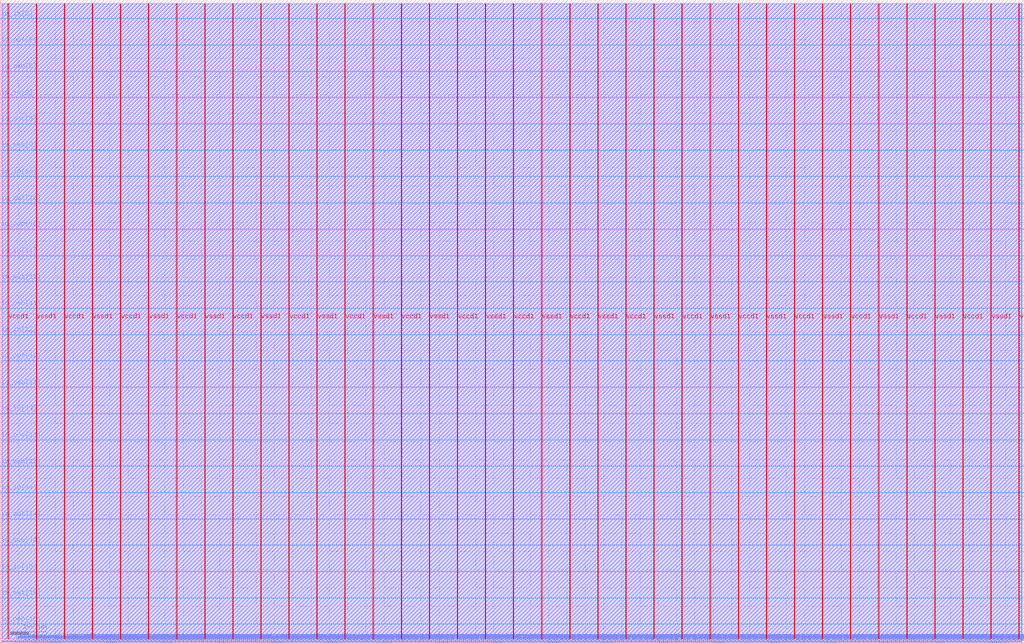
<source format=lef>
VERSION 5.7 ;
  NOWIREEXTENSIONATPIN ON ;
  DIVIDERCHAR "/" ;
  BUSBITCHARS "[]" ;
MACRO user_proj_example
  CLASS BLOCK ;
  FOREIGN user_proj_example ;
  ORIGIN 0.000 0.000 ;
  SIZE 2800.000 BY 1760.000 ;
  PIN io_in[0]
    DIRECTION INPUT ;
    USE SIGNAL ;
    ANTENNAGATEAREA 0.990000 ;
    PORT
      LAYER met3 ;
        RECT 2796.000 50.360 2800.000 50.960 ;
    END
  END io_in[0]
  PIN io_in[10]
    DIRECTION INPUT ;
    USE SIGNAL ;
    ANTENNAGATEAREA 0.852000 ;
    PORT
      LAYER met3 ;
        RECT 0.000 1275.720 4.000 1276.320 ;
    END
  END io_in[10]
  PIN io_in[11]
    DIRECTION INPUT ;
    USE SIGNAL ;
    ANTENNAGATEAREA 0.742500 ;
    PORT
      LAYER met3 ;
        RECT 0.000 1059.480 4.000 1060.080 ;
    END
  END io_in[11]
  PIN io_in[12]
    DIRECTION INPUT ;
    USE SIGNAL ;
    ANTENNAGATEAREA 0.742500 ;
    PORT
      LAYER met3 ;
        RECT 0.000 843.240 4.000 843.840 ;
    END
  END io_in[12]
  PIN io_in[13]
    DIRECTION INPUT ;
    USE SIGNAL ;
    ANTENNAGATEAREA 0.495000 ;
    PORT
      LAYER met3 ;
        RECT 0.000 627.000 4.000 627.600 ;
    END
  END io_in[13]
  PIN io_in[14]
    DIRECTION INPUT ;
    USE SIGNAL ;
    ANTENNAGATEAREA 0.426000 ;
    PORT
      LAYER met3 ;
        RECT 0.000 410.760 4.000 411.360 ;
    END
  END io_in[14]
  PIN io_in[15]
    DIRECTION INPUT ;
    USE SIGNAL ;
    PORT
      LAYER met3 ;
        RECT 0.000 194.520 4.000 195.120 ;
    END
  END io_in[15]
  PIN io_in[1]
    DIRECTION INPUT ;
    USE SIGNAL ;
    ANTENNAGATEAREA 0.990000 ;
    PORT
      LAYER met3 ;
        RECT 2796.000 266.600 2800.000 267.200 ;
    END
  END io_in[1]
  PIN io_in[2]
    DIRECTION INPUT ;
    USE SIGNAL ;
    ANTENNAGATEAREA 0.990000 ;
    PORT
      LAYER met3 ;
        RECT 2796.000 482.840 2800.000 483.440 ;
    END
  END io_in[2]
  PIN io_in[3]
    DIRECTION INPUT ;
    USE SIGNAL ;
    ANTENNAGATEAREA 0.990000 ;
    PORT
      LAYER met3 ;
        RECT 2796.000 699.080 2800.000 699.680 ;
    END
  END io_in[3]
  PIN io_in[4]
    DIRECTION INPUT ;
    USE SIGNAL ;
    ANTENNAGATEAREA 0.990000 ;
    PORT
      LAYER met3 ;
        RECT 2796.000 915.320 2800.000 915.920 ;
    END
  END io_in[4]
  PIN io_in[5]
    DIRECTION INPUT ;
    USE SIGNAL ;
    ANTENNAGATEAREA 0.990000 ;
    PORT
      LAYER met3 ;
        RECT 2796.000 1131.560 2800.000 1132.160 ;
    END
  END io_in[5]
  PIN io_in[6]
    DIRECTION INPUT ;
    USE SIGNAL ;
    ANTENNAGATEAREA 0.990000 ;
    PORT
      LAYER met3 ;
        RECT 2796.000 1347.800 2800.000 1348.400 ;
    END
  END io_in[6]
  PIN io_in[7]
    DIRECTION INPUT ;
    USE SIGNAL ;
    ANTENNAGATEAREA 0.990000 ;
    PORT
      LAYER met3 ;
        RECT 2796.000 1564.040 2800.000 1564.640 ;
    END
  END io_in[7]
  PIN io_in[8]
    DIRECTION INPUT ;
    USE SIGNAL ;
    ANTENNAGATEAREA 0.990000 ;
    PORT
      LAYER met3 ;
        RECT 0.000 1708.200 4.000 1708.800 ;
    END
  END io_in[8]
  PIN io_in[9]
    DIRECTION INPUT ;
    USE SIGNAL ;
    ANTENNAGATEAREA 0.990000 ;
    PORT
      LAYER met3 ;
        RECT 0.000 1491.960 4.000 1492.560 ;
    END
  END io_in[9]
  PIN io_oeb[0]
    DIRECTION OUTPUT TRISTATE ;
    USE SIGNAL ;
    ANTENNADIFFAREA 2.673000 ;
    PORT
      LAYER met3 ;
        RECT 2796.000 194.520 2800.000 195.120 ;
    END
  END io_oeb[0]
  PIN io_oeb[10]
    DIRECTION OUTPUT TRISTATE ;
    USE SIGNAL ;
    ANTENNADIFFAREA 2.673000 ;
    PORT
      LAYER met3 ;
        RECT 0.000 1131.560 4.000 1132.160 ;
    END
  END io_oeb[10]
  PIN io_oeb[11]
    DIRECTION OUTPUT TRISTATE ;
    USE SIGNAL ;
    ANTENNADIFFAREA 2.673000 ;
    PORT
      LAYER met3 ;
        RECT 0.000 915.320 4.000 915.920 ;
    END
  END io_oeb[11]
  PIN io_oeb[12]
    DIRECTION OUTPUT TRISTATE ;
    USE SIGNAL ;
    ANTENNADIFFAREA 2.673000 ;
    PORT
      LAYER met3 ;
        RECT 0.000 699.080 4.000 699.680 ;
    END
  END io_oeb[12]
  PIN io_oeb[13]
    DIRECTION OUTPUT TRISTATE ;
    USE SIGNAL ;
    ANTENNADIFFAREA 2.673000 ;
    PORT
      LAYER met3 ;
        RECT 0.000 482.840 4.000 483.440 ;
    END
  END io_oeb[13]
  PIN io_oeb[14]
    DIRECTION OUTPUT TRISTATE ;
    USE SIGNAL ;
    ANTENNADIFFAREA 2.673000 ;
    PORT
      LAYER met3 ;
        RECT 0.000 266.600 4.000 267.200 ;
    END
  END io_oeb[14]
  PIN io_oeb[15]
    DIRECTION OUTPUT TRISTATE ;
    USE SIGNAL ;
    ANTENNADIFFAREA 2.673000 ;
    PORT
      LAYER met3 ;
        RECT 0.000 50.360 4.000 50.960 ;
    END
  END io_oeb[15]
  PIN io_oeb[1]
    DIRECTION OUTPUT TRISTATE ;
    USE SIGNAL ;
    ANTENNADIFFAREA 2.673000 ;
    PORT
      LAYER met3 ;
        RECT 2796.000 410.760 2800.000 411.360 ;
    END
  END io_oeb[1]
  PIN io_oeb[2]
    DIRECTION OUTPUT TRISTATE ;
    USE SIGNAL ;
    ANTENNADIFFAREA 2.673000 ;
    PORT
      LAYER met3 ;
        RECT 2796.000 627.000 2800.000 627.600 ;
    END
  END io_oeb[2]
  PIN io_oeb[3]
    DIRECTION OUTPUT TRISTATE ;
    USE SIGNAL ;
    ANTENNADIFFAREA 2.673000 ;
    PORT
      LAYER met3 ;
        RECT 2796.000 843.240 2800.000 843.840 ;
    END
  END io_oeb[3]
  PIN io_oeb[4]
    DIRECTION OUTPUT TRISTATE ;
    USE SIGNAL ;
    ANTENNADIFFAREA 2.673000 ;
    PORT
      LAYER met3 ;
        RECT 2796.000 1059.480 2800.000 1060.080 ;
    END
  END io_oeb[4]
  PIN io_oeb[5]
    DIRECTION OUTPUT TRISTATE ;
    USE SIGNAL ;
    ANTENNADIFFAREA 2.673000 ;
    PORT
      LAYER met3 ;
        RECT 2796.000 1275.720 2800.000 1276.320 ;
    END
  END io_oeb[5]
  PIN io_oeb[6]
    DIRECTION OUTPUT TRISTATE ;
    USE SIGNAL ;
    ANTENNADIFFAREA 2.673000 ;
    PORT
      LAYER met3 ;
        RECT 2796.000 1491.960 2800.000 1492.560 ;
    END
  END io_oeb[6]
  PIN io_oeb[7]
    DIRECTION OUTPUT TRISTATE ;
    USE SIGNAL ;
    ANTENNADIFFAREA 2.673000 ;
    PORT
      LAYER met3 ;
        RECT 2796.000 1708.200 2800.000 1708.800 ;
    END
  END io_oeb[7]
  PIN io_oeb[8]
    DIRECTION OUTPUT TRISTATE ;
    USE SIGNAL ;
    ANTENNADIFFAREA 2.673000 ;
    PORT
      LAYER met3 ;
        RECT 0.000 1564.040 4.000 1564.640 ;
    END
  END io_oeb[8]
  PIN io_oeb[9]
    DIRECTION OUTPUT TRISTATE ;
    USE SIGNAL ;
    ANTENNADIFFAREA 2.673000 ;
    PORT
      LAYER met3 ;
        RECT 0.000 1347.800 4.000 1348.400 ;
    END
  END io_oeb[9]
  PIN io_out[0]
    DIRECTION OUTPUT TRISTATE ;
    USE SIGNAL ;
    ANTENNADIFFAREA 2.673000 ;
    PORT
      LAYER met3 ;
        RECT 2796.000 122.440 2800.000 123.040 ;
    END
  END io_out[0]
  PIN io_out[10]
    DIRECTION OUTPUT TRISTATE ;
    USE SIGNAL ;
    ANTENNADIFFAREA 2.673000 ;
    PORT
      LAYER met3 ;
        RECT 0.000 1203.640 4.000 1204.240 ;
    END
  END io_out[10]
  PIN io_out[11]
    DIRECTION OUTPUT TRISTATE ;
    USE SIGNAL ;
    ANTENNADIFFAREA 2.673000 ;
    PORT
      LAYER met3 ;
        RECT 0.000 987.400 4.000 988.000 ;
    END
  END io_out[11]
  PIN io_out[12]
    DIRECTION OUTPUT TRISTATE ;
    USE SIGNAL ;
    ANTENNADIFFAREA 2.673000 ;
    PORT
      LAYER met3 ;
        RECT 0.000 771.160 4.000 771.760 ;
    END
  END io_out[12]
  PIN io_out[13]
    DIRECTION OUTPUT TRISTATE ;
    USE SIGNAL ;
    ANTENNADIFFAREA 2.673000 ;
    PORT
      LAYER met3 ;
        RECT 0.000 554.920 4.000 555.520 ;
    END
  END io_out[13]
  PIN io_out[14]
    DIRECTION OUTPUT TRISTATE ;
    USE SIGNAL ;
    ANTENNADIFFAREA 2.673000 ;
    PORT
      LAYER met3 ;
        RECT 0.000 338.680 4.000 339.280 ;
    END
  END io_out[14]
  PIN io_out[15]
    DIRECTION OUTPUT TRISTATE ;
    USE SIGNAL ;
    ANTENNADIFFAREA 2.673000 ;
    PORT
      LAYER met3 ;
        RECT 0.000 122.440 4.000 123.040 ;
    END
  END io_out[15]
  PIN io_out[1]
    DIRECTION OUTPUT TRISTATE ;
    USE SIGNAL ;
    ANTENNADIFFAREA 2.673000 ;
    PORT
      LAYER met3 ;
        RECT 2796.000 338.680 2800.000 339.280 ;
    END
  END io_out[1]
  PIN io_out[2]
    DIRECTION OUTPUT TRISTATE ;
    USE SIGNAL ;
    ANTENNADIFFAREA 2.673000 ;
    PORT
      LAYER met3 ;
        RECT 2796.000 554.920 2800.000 555.520 ;
    END
  END io_out[2]
  PIN io_out[3]
    DIRECTION OUTPUT TRISTATE ;
    USE SIGNAL ;
    ANTENNADIFFAREA 2.673000 ;
    PORT
      LAYER met3 ;
        RECT 2796.000 771.160 2800.000 771.760 ;
    END
  END io_out[3]
  PIN io_out[4]
    DIRECTION OUTPUT TRISTATE ;
    USE SIGNAL ;
    ANTENNADIFFAREA 2.673000 ;
    PORT
      LAYER met3 ;
        RECT 2796.000 987.400 2800.000 988.000 ;
    END
  END io_out[4]
  PIN io_out[5]
    DIRECTION OUTPUT TRISTATE ;
    USE SIGNAL ;
    ANTENNADIFFAREA 2.673000 ;
    PORT
      LAYER met3 ;
        RECT 2796.000 1203.640 2800.000 1204.240 ;
    END
  END io_out[5]
  PIN io_out[6]
    DIRECTION OUTPUT TRISTATE ;
    USE SIGNAL ;
    ANTENNADIFFAREA 2.673000 ;
    PORT
      LAYER met3 ;
        RECT 2796.000 1419.880 2800.000 1420.480 ;
    END
  END io_out[6]
  PIN io_out[7]
    DIRECTION OUTPUT TRISTATE ;
    USE SIGNAL ;
    ANTENNADIFFAREA 2.673000 ;
    PORT
      LAYER met3 ;
        RECT 2796.000 1636.120 2800.000 1636.720 ;
    END
  END io_out[7]
  PIN io_out[8]
    DIRECTION OUTPUT TRISTATE ;
    USE SIGNAL ;
    ANTENNADIFFAREA 2.673000 ;
    PORT
      LAYER met3 ;
        RECT 0.000 1636.120 4.000 1636.720 ;
    END
  END io_out[8]
  PIN io_out[9]
    DIRECTION OUTPUT TRISTATE ;
    USE SIGNAL ;
    ANTENNADIFFAREA 2.673000 ;
    PORT
      LAYER met3 ;
        RECT 0.000 1419.880 4.000 1420.480 ;
    END
  END io_out[9]
  PIN irq[0]
    DIRECTION OUTPUT TRISTATE ;
    USE SIGNAL ;
    PORT
      LAYER met2 ;
        RECT 2746.750 0.000 2747.030 4.000 ;
    END
  END irq[0]
  PIN irq[1]
    DIRECTION OUTPUT TRISTATE ;
    USE SIGNAL ;
    PORT
      LAYER met2 ;
        RECT 2752.270 0.000 2752.550 4.000 ;
    END
  END irq[1]
  PIN irq[2]
    DIRECTION OUTPUT TRISTATE ;
    USE SIGNAL ;
    PORT
      LAYER met2 ;
        RECT 2757.790 0.000 2758.070 4.000 ;
    END
  END irq[2]
  PIN la_data_in[0]
    DIRECTION INPUT ;
    USE SIGNAL ;
    PORT
      LAYER met2 ;
        RECT 627.070 0.000 627.350 4.000 ;
    END
  END la_data_in[0]
  PIN la_data_in[100]
    DIRECTION INPUT ;
    USE SIGNAL ;
    PORT
      LAYER met2 ;
        RECT 2283.070 0.000 2283.350 4.000 ;
    END
  END la_data_in[100]
  PIN la_data_in[101]
    DIRECTION INPUT ;
    USE SIGNAL ;
    PORT
      LAYER met2 ;
        RECT 2299.630 0.000 2299.910 4.000 ;
    END
  END la_data_in[101]
  PIN la_data_in[102]
    DIRECTION INPUT ;
    USE SIGNAL ;
    PORT
      LAYER met2 ;
        RECT 2316.190 0.000 2316.470 4.000 ;
    END
  END la_data_in[102]
  PIN la_data_in[103]
    DIRECTION INPUT ;
    USE SIGNAL ;
    PORT
      LAYER met2 ;
        RECT 2332.750 0.000 2333.030 4.000 ;
    END
  END la_data_in[103]
  PIN la_data_in[104]
    DIRECTION INPUT ;
    USE SIGNAL ;
    PORT
      LAYER met2 ;
        RECT 2349.310 0.000 2349.590 4.000 ;
    END
  END la_data_in[104]
  PIN la_data_in[105]
    DIRECTION INPUT ;
    USE SIGNAL ;
    PORT
      LAYER met2 ;
        RECT 2365.870 0.000 2366.150 4.000 ;
    END
  END la_data_in[105]
  PIN la_data_in[106]
    DIRECTION INPUT ;
    USE SIGNAL ;
    PORT
      LAYER met2 ;
        RECT 2382.430 0.000 2382.710 4.000 ;
    END
  END la_data_in[106]
  PIN la_data_in[107]
    DIRECTION INPUT ;
    USE SIGNAL ;
    PORT
      LAYER met2 ;
        RECT 2398.990 0.000 2399.270 4.000 ;
    END
  END la_data_in[107]
  PIN la_data_in[108]
    DIRECTION INPUT ;
    USE SIGNAL ;
    PORT
      LAYER met2 ;
        RECT 2415.550 0.000 2415.830 4.000 ;
    END
  END la_data_in[108]
  PIN la_data_in[109]
    DIRECTION INPUT ;
    USE SIGNAL ;
    PORT
      LAYER met2 ;
        RECT 2432.110 0.000 2432.390 4.000 ;
    END
  END la_data_in[109]
  PIN la_data_in[10]
    DIRECTION INPUT ;
    USE SIGNAL ;
    PORT
      LAYER met2 ;
        RECT 792.670 0.000 792.950 4.000 ;
    END
  END la_data_in[10]
  PIN la_data_in[110]
    DIRECTION INPUT ;
    USE SIGNAL ;
    PORT
      LAYER met2 ;
        RECT 2448.670 0.000 2448.950 4.000 ;
    END
  END la_data_in[110]
  PIN la_data_in[111]
    DIRECTION INPUT ;
    USE SIGNAL ;
    PORT
      LAYER met2 ;
        RECT 2465.230 0.000 2465.510 4.000 ;
    END
  END la_data_in[111]
  PIN la_data_in[112]
    DIRECTION INPUT ;
    USE SIGNAL ;
    PORT
      LAYER met2 ;
        RECT 2481.790 0.000 2482.070 4.000 ;
    END
  END la_data_in[112]
  PIN la_data_in[113]
    DIRECTION INPUT ;
    USE SIGNAL ;
    PORT
      LAYER met2 ;
        RECT 2498.350 0.000 2498.630 4.000 ;
    END
  END la_data_in[113]
  PIN la_data_in[114]
    DIRECTION INPUT ;
    USE SIGNAL ;
    PORT
      LAYER met2 ;
        RECT 2514.910 0.000 2515.190 4.000 ;
    END
  END la_data_in[114]
  PIN la_data_in[115]
    DIRECTION INPUT ;
    USE SIGNAL ;
    PORT
      LAYER met2 ;
        RECT 2531.470 0.000 2531.750 4.000 ;
    END
  END la_data_in[115]
  PIN la_data_in[116]
    DIRECTION INPUT ;
    USE SIGNAL ;
    PORT
      LAYER met2 ;
        RECT 2548.030 0.000 2548.310 4.000 ;
    END
  END la_data_in[116]
  PIN la_data_in[117]
    DIRECTION INPUT ;
    USE SIGNAL ;
    PORT
      LAYER met2 ;
        RECT 2564.590 0.000 2564.870 4.000 ;
    END
  END la_data_in[117]
  PIN la_data_in[118]
    DIRECTION INPUT ;
    USE SIGNAL ;
    PORT
      LAYER met2 ;
        RECT 2581.150 0.000 2581.430 4.000 ;
    END
  END la_data_in[118]
  PIN la_data_in[119]
    DIRECTION INPUT ;
    USE SIGNAL ;
    PORT
      LAYER met2 ;
        RECT 2597.710 0.000 2597.990 4.000 ;
    END
  END la_data_in[119]
  PIN la_data_in[11]
    DIRECTION INPUT ;
    USE SIGNAL ;
    PORT
      LAYER met2 ;
        RECT 809.230 0.000 809.510 4.000 ;
    END
  END la_data_in[11]
  PIN la_data_in[120]
    DIRECTION INPUT ;
    USE SIGNAL ;
    PORT
      LAYER met2 ;
        RECT 2614.270 0.000 2614.550 4.000 ;
    END
  END la_data_in[120]
  PIN la_data_in[121]
    DIRECTION INPUT ;
    USE SIGNAL ;
    PORT
      LAYER met2 ;
        RECT 2630.830 0.000 2631.110 4.000 ;
    END
  END la_data_in[121]
  PIN la_data_in[122]
    DIRECTION INPUT ;
    USE SIGNAL ;
    PORT
      LAYER met2 ;
        RECT 2647.390 0.000 2647.670 4.000 ;
    END
  END la_data_in[122]
  PIN la_data_in[123]
    DIRECTION INPUT ;
    USE SIGNAL ;
    PORT
      LAYER met2 ;
        RECT 2663.950 0.000 2664.230 4.000 ;
    END
  END la_data_in[123]
  PIN la_data_in[124]
    DIRECTION INPUT ;
    USE SIGNAL ;
    PORT
      LAYER met2 ;
        RECT 2680.510 0.000 2680.790 4.000 ;
    END
  END la_data_in[124]
  PIN la_data_in[125]
    DIRECTION INPUT ;
    USE SIGNAL ;
    PORT
      LAYER met2 ;
        RECT 2697.070 0.000 2697.350 4.000 ;
    END
  END la_data_in[125]
  PIN la_data_in[126]
    DIRECTION INPUT ;
    USE SIGNAL ;
    PORT
      LAYER met2 ;
        RECT 2713.630 0.000 2713.910 4.000 ;
    END
  END la_data_in[126]
  PIN la_data_in[127]
    DIRECTION INPUT ;
    USE SIGNAL ;
    PORT
      LAYER met2 ;
        RECT 2730.190 0.000 2730.470 4.000 ;
    END
  END la_data_in[127]
  PIN la_data_in[12]
    DIRECTION INPUT ;
    USE SIGNAL ;
    PORT
      LAYER met2 ;
        RECT 825.790 0.000 826.070 4.000 ;
    END
  END la_data_in[12]
  PIN la_data_in[13]
    DIRECTION INPUT ;
    USE SIGNAL ;
    PORT
      LAYER met2 ;
        RECT 842.350 0.000 842.630 4.000 ;
    END
  END la_data_in[13]
  PIN la_data_in[14]
    DIRECTION INPUT ;
    USE SIGNAL ;
    PORT
      LAYER met2 ;
        RECT 858.910 0.000 859.190 4.000 ;
    END
  END la_data_in[14]
  PIN la_data_in[15]
    DIRECTION INPUT ;
    USE SIGNAL ;
    PORT
      LAYER met2 ;
        RECT 875.470 0.000 875.750 4.000 ;
    END
  END la_data_in[15]
  PIN la_data_in[16]
    DIRECTION INPUT ;
    USE SIGNAL ;
    PORT
      LAYER met2 ;
        RECT 892.030 0.000 892.310 4.000 ;
    END
  END la_data_in[16]
  PIN la_data_in[17]
    DIRECTION INPUT ;
    USE SIGNAL ;
    PORT
      LAYER met2 ;
        RECT 908.590 0.000 908.870 4.000 ;
    END
  END la_data_in[17]
  PIN la_data_in[18]
    DIRECTION INPUT ;
    USE SIGNAL ;
    PORT
      LAYER met2 ;
        RECT 925.150 0.000 925.430 4.000 ;
    END
  END la_data_in[18]
  PIN la_data_in[19]
    DIRECTION INPUT ;
    USE SIGNAL ;
    PORT
      LAYER met2 ;
        RECT 941.710 0.000 941.990 4.000 ;
    END
  END la_data_in[19]
  PIN la_data_in[1]
    DIRECTION INPUT ;
    USE SIGNAL ;
    PORT
      LAYER met2 ;
        RECT 643.630 0.000 643.910 4.000 ;
    END
  END la_data_in[1]
  PIN la_data_in[20]
    DIRECTION INPUT ;
    USE SIGNAL ;
    PORT
      LAYER met2 ;
        RECT 958.270 0.000 958.550 4.000 ;
    END
  END la_data_in[20]
  PIN la_data_in[21]
    DIRECTION INPUT ;
    USE SIGNAL ;
    PORT
      LAYER met2 ;
        RECT 974.830 0.000 975.110 4.000 ;
    END
  END la_data_in[21]
  PIN la_data_in[22]
    DIRECTION INPUT ;
    USE SIGNAL ;
    PORT
      LAYER met2 ;
        RECT 991.390 0.000 991.670 4.000 ;
    END
  END la_data_in[22]
  PIN la_data_in[23]
    DIRECTION INPUT ;
    USE SIGNAL ;
    PORT
      LAYER met2 ;
        RECT 1007.950 0.000 1008.230 4.000 ;
    END
  END la_data_in[23]
  PIN la_data_in[24]
    DIRECTION INPUT ;
    USE SIGNAL ;
    PORT
      LAYER met2 ;
        RECT 1024.510 0.000 1024.790 4.000 ;
    END
  END la_data_in[24]
  PIN la_data_in[25]
    DIRECTION INPUT ;
    USE SIGNAL ;
    PORT
      LAYER met2 ;
        RECT 1041.070 0.000 1041.350 4.000 ;
    END
  END la_data_in[25]
  PIN la_data_in[26]
    DIRECTION INPUT ;
    USE SIGNAL ;
    PORT
      LAYER met2 ;
        RECT 1057.630 0.000 1057.910 4.000 ;
    END
  END la_data_in[26]
  PIN la_data_in[27]
    DIRECTION INPUT ;
    USE SIGNAL ;
    PORT
      LAYER met2 ;
        RECT 1074.190 0.000 1074.470 4.000 ;
    END
  END la_data_in[27]
  PIN la_data_in[28]
    DIRECTION INPUT ;
    USE SIGNAL ;
    PORT
      LAYER met2 ;
        RECT 1090.750 0.000 1091.030 4.000 ;
    END
  END la_data_in[28]
  PIN la_data_in[29]
    DIRECTION INPUT ;
    USE SIGNAL ;
    PORT
      LAYER met2 ;
        RECT 1107.310 0.000 1107.590 4.000 ;
    END
  END la_data_in[29]
  PIN la_data_in[2]
    DIRECTION INPUT ;
    USE SIGNAL ;
    PORT
      LAYER met2 ;
        RECT 660.190 0.000 660.470 4.000 ;
    END
  END la_data_in[2]
  PIN la_data_in[30]
    DIRECTION INPUT ;
    USE SIGNAL ;
    PORT
      LAYER met2 ;
        RECT 1123.870 0.000 1124.150 4.000 ;
    END
  END la_data_in[30]
  PIN la_data_in[31]
    DIRECTION INPUT ;
    USE SIGNAL ;
    PORT
      LAYER met2 ;
        RECT 1140.430 0.000 1140.710 4.000 ;
    END
  END la_data_in[31]
  PIN la_data_in[32]
    DIRECTION INPUT ;
    USE SIGNAL ;
    PORT
      LAYER met2 ;
        RECT 1156.990 0.000 1157.270 4.000 ;
    END
  END la_data_in[32]
  PIN la_data_in[33]
    DIRECTION INPUT ;
    USE SIGNAL ;
    PORT
      LAYER met2 ;
        RECT 1173.550 0.000 1173.830 4.000 ;
    END
  END la_data_in[33]
  PIN la_data_in[34]
    DIRECTION INPUT ;
    USE SIGNAL ;
    PORT
      LAYER met2 ;
        RECT 1190.110 0.000 1190.390 4.000 ;
    END
  END la_data_in[34]
  PIN la_data_in[35]
    DIRECTION INPUT ;
    USE SIGNAL ;
    PORT
      LAYER met2 ;
        RECT 1206.670 0.000 1206.950 4.000 ;
    END
  END la_data_in[35]
  PIN la_data_in[36]
    DIRECTION INPUT ;
    USE SIGNAL ;
    PORT
      LAYER met2 ;
        RECT 1223.230 0.000 1223.510 4.000 ;
    END
  END la_data_in[36]
  PIN la_data_in[37]
    DIRECTION INPUT ;
    USE SIGNAL ;
    PORT
      LAYER met2 ;
        RECT 1239.790 0.000 1240.070 4.000 ;
    END
  END la_data_in[37]
  PIN la_data_in[38]
    DIRECTION INPUT ;
    USE SIGNAL ;
    PORT
      LAYER met2 ;
        RECT 1256.350 0.000 1256.630 4.000 ;
    END
  END la_data_in[38]
  PIN la_data_in[39]
    DIRECTION INPUT ;
    USE SIGNAL ;
    PORT
      LAYER met2 ;
        RECT 1272.910 0.000 1273.190 4.000 ;
    END
  END la_data_in[39]
  PIN la_data_in[3]
    DIRECTION INPUT ;
    USE SIGNAL ;
    PORT
      LAYER met2 ;
        RECT 676.750 0.000 677.030 4.000 ;
    END
  END la_data_in[3]
  PIN la_data_in[40]
    DIRECTION INPUT ;
    USE SIGNAL ;
    PORT
      LAYER met2 ;
        RECT 1289.470 0.000 1289.750 4.000 ;
    END
  END la_data_in[40]
  PIN la_data_in[41]
    DIRECTION INPUT ;
    USE SIGNAL ;
    PORT
      LAYER met2 ;
        RECT 1306.030 0.000 1306.310 4.000 ;
    END
  END la_data_in[41]
  PIN la_data_in[42]
    DIRECTION INPUT ;
    USE SIGNAL ;
    PORT
      LAYER met2 ;
        RECT 1322.590 0.000 1322.870 4.000 ;
    END
  END la_data_in[42]
  PIN la_data_in[43]
    DIRECTION INPUT ;
    USE SIGNAL ;
    PORT
      LAYER met2 ;
        RECT 1339.150 0.000 1339.430 4.000 ;
    END
  END la_data_in[43]
  PIN la_data_in[44]
    DIRECTION INPUT ;
    USE SIGNAL ;
    PORT
      LAYER met2 ;
        RECT 1355.710 0.000 1355.990 4.000 ;
    END
  END la_data_in[44]
  PIN la_data_in[45]
    DIRECTION INPUT ;
    USE SIGNAL ;
    PORT
      LAYER met2 ;
        RECT 1372.270 0.000 1372.550 4.000 ;
    END
  END la_data_in[45]
  PIN la_data_in[46]
    DIRECTION INPUT ;
    USE SIGNAL ;
    PORT
      LAYER met2 ;
        RECT 1388.830 0.000 1389.110 4.000 ;
    END
  END la_data_in[46]
  PIN la_data_in[47]
    DIRECTION INPUT ;
    USE SIGNAL ;
    PORT
      LAYER met2 ;
        RECT 1405.390 0.000 1405.670 4.000 ;
    END
  END la_data_in[47]
  PIN la_data_in[48]
    DIRECTION INPUT ;
    USE SIGNAL ;
    ANTENNAGATEAREA 0.126000 ;
    PORT
      LAYER met2 ;
        RECT 1421.950 0.000 1422.230 4.000 ;
    END
  END la_data_in[48]
  PIN la_data_in[49]
    DIRECTION INPUT ;
    USE SIGNAL ;
    ANTENNAGATEAREA 0.126000 ;
    PORT
      LAYER met2 ;
        RECT 1438.510 0.000 1438.790 4.000 ;
    END
  END la_data_in[49]
  PIN la_data_in[4]
    DIRECTION INPUT ;
    USE SIGNAL ;
    PORT
      LAYER met2 ;
        RECT 693.310 0.000 693.590 4.000 ;
    END
  END la_data_in[4]
  PIN la_data_in[50]
    DIRECTION INPUT ;
    USE SIGNAL ;
    ANTENNAGATEAREA 0.126000 ;
    PORT
      LAYER met2 ;
        RECT 1455.070 0.000 1455.350 4.000 ;
    END
  END la_data_in[50]
  PIN la_data_in[51]
    DIRECTION INPUT ;
    USE SIGNAL ;
    ANTENNAGATEAREA 0.126000 ;
    PORT
      LAYER met2 ;
        RECT 1471.630 0.000 1471.910 4.000 ;
    END
  END la_data_in[51]
  PIN la_data_in[52]
    DIRECTION INPUT ;
    USE SIGNAL ;
    ANTENNAGATEAREA 0.126000 ;
    PORT
      LAYER met2 ;
        RECT 1488.190 0.000 1488.470 4.000 ;
    END
  END la_data_in[52]
  PIN la_data_in[53]
    DIRECTION INPUT ;
    USE SIGNAL ;
    ANTENNAGATEAREA 0.126000 ;
    ANTENNADIFFAREA 0.434700 ;
    PORT
      LAYER met2 ;
        RECT 1504.750 0.000 1505.030 4.000 ;
    END
  END la_data_in[53]
  PIN la_data_in[54]
    DIRECTION INPUT ;
    USE SIGNAL ;
    ANTENNAGATEAREA 0.126000 ;
    PORT
      LAYER met2 ;
        RECT 1521.310 0.000 1521.590 4.000 ;
    END
  END la_data_in[54]
  PIN la_data_in[55]
    DIRECTION INPUT ;
    USE SIGNAL ;
    ANTENNAGATEAREA 0.126000 ;
    ANTENNADIFFAREA 0.434700 ;
    PORT
      LAYER met2 ;
        RECT 1537.870 0.000 1538.150 4.000 ;
    END
  END la_data_in[55]
  PIN la_data_in[56]
    DIRECTION INPUT ;
    USE SIGNAL ;
    ANTENNAGATEAREA 0.126000 ;
    PORT
      LAYER met2 ;
        RECT 1554.430 0.000 1554.710 4.000 ;
    END
  END la_data_in[56]
  PIN la_data_in[57]
    DIRECTION INPUT ;
    USE SIGNAL ;
    ANTENNAGATEAREA 0.126000 ;
    PORT
      LAYER met2 ;
        RECT 1570.990 0.000 1571.270 4.000 ;
    END
  END la_data_in[57]
  PIN la_data_in[58]
    DIRECTION INPUT ;
    USE SIGNAL ;
    ANTENNAGATEAREA 0.126000 ;
    PORT
      LAYER met2 ;
        RECT 1587.550 0.000 1587.830 4.000 ;
    END
  END la_data_in[58]
  PIN la_data_in[59]
    DIRECTION INPUT ;
    USE SIGNAL ;
    ANTENNAGATEAREA 0.126000 ;
    PORT
      LAYER met2 ;
        RECT 1604.110 0.000 1604.390 4.000 ;
    END
  END la_data_in[59]
  PIN la_data_in[5]
    DIRECTION INPUT ;
    USE SIGNAL ;
    PORT
      LAYER met2 ;
        RECT 709.870 0.000 710.150 4.000 ;
    END
  END la_data_in[5]
  PIN la_data_in[60]
    DIRECTION INPUT ;
    USE SIGNAL ;
    ANTENNAGATEAREA 0.126000 ;
    PORT
      LAYER met2 ;
        RECT 1620.670 0.000 1620.950 4.000 ;
    END
  END la_data_in[60]
  PIN la_data_in[61]
    DIRECTION INPUT ;
    USE SIGNAL ;
    ANTENNAGATEAREA 0.126000 ;
    PORT
      LAYER met2 ;
        RECT 1637.230 0.000 1637.510 4.000 ;
    END
  END la_data_in[61]
  PIN la_data_in[62]
    DIRECTION INPUT ;
    USE SIGNAL ;
    ANTENNAGATEAREA 0.126000 ;
    PORT
      LAYER met2 ;
        RECT 1653.790 0.000 1654.070 4.000 ;
    END
  END la_data_in[62]
  PIN la_data_in[63]
    DIRECTION INPUT ;
    USE SIGNAL ;
    ANTENNAGATEAREA 0.126000 ;
    PORT
      LAYER met2 ;
        RECT 1670.350 0.000 1670.630 4.000 ;
    END
  END la_data_in[63]
  PIN la_data_in[64]
    DIRECTION INPUT ;
    USE SIGNAL ;
    ANTENNAGATEAREA 0.196500 ;
    PORT
      LAYER met2 ;
        RECT 1686.910 0.000 1687.190 4.000 ;
    END
  END la_data_in[64]
  PIN la_data_in[65]
    DIRECTION INPUT ;
    USE SIGNAL ;
    ANTENNAGATEAREA 0.126000 ;
    PORT
      LAYER met2 ;
        RECT 1703.470 0.000 1703.750 4.000 ;
    END
  END la_data_in[65]
  PIN la_data_in[66]
    DIRECTION INPUT ;
    USE SIGNAL ;
    PORT
      LAYER met2 ;
        RECT 1720.030 0.000 1720.310 4.000 ;
    END
  END la_data_in[66]
  PIN la_data_in[67]
    DIRECTION INPUT ;
    USE SIGNAL ;
    PORT
      LAYER met2 ;
        RECT 1736.590 0.000 1736.870 4.000 ;
    END
  END la_data_in[67]
  PIN la_data_in[68]
    DIRECTION INPUT ;
    USE SIGNAL ;
    PORT
      LAYER met2 ;
        RECT 1753.150 0.000 1753.430 4.000 ;
    END
  END la_data_in[68]
  PIN la_data_in[69]
    DIRECTION INPUT ;
    USE SIGNAL ;
    PORT
      LAYER met2 ;
        RECT 1769.710 0.000 1769.990 4.000 ;
    END
  END la_data_in[69]
  PIN la_data_in[6]
    DIRECTION INPUT ;
    USE SIGNAL ;
    PORT
      LAYER met2 ;
        RECT 726.430 0.000 726.710 4.000 ;
    END
  END la_data_in[6]
  PIN la_data_in[70]
    DIRECTION INPUT ;
    USE SIGNAL ;
    PORT
      LAYER met2 ;
        RECT 1786.270 0.000 1786.550 4.000 ;
    END
  END la_data_in[70]
  PIN la_data_in[71]
    DIRECTION INPUT ;
    USE SIGNAL ;
    PORT
      LAYER met2 ;
        RECT 1802.830 0.000 1803.110 4.000 ;
    END
  END la_data_in[71]
  PIN la_data_in[72]
    DIRECTION INPUT ;
    USE SIGNAL ;
    PORT
      LAYER met2 ;
        RECT 1819.390 0.000 1819.670 4.000 ;
    END
  END la_data_in[72]
  PIN la_data_in[73]
    DIRECTION INPUT ;
    USE SIGNAL ;
    PORT
      LAYER met2 ;
        RECT 1835.950 0.000 1836.230 4.000 ;
    END
  END la_data_in[73]
  PIN la_data_in[74]
    DIRECTION INPUT ;
    USE SIGNAL ;
    PORT
      LAYER met2 ;
        RECT 1852.510 0.000 1852.790 4.000 ;
    END
  END la_data_in[74]
  PIN la_data_in[75]
    DIRECTION INPUT ;
    USE SIGNAL ;
    PORT
      LAYER met2 ;
        RECT 1869.070 0.000 1869.350 4.000 ;
    END
  END la_data_in[75]
  PIN la_data_in[76]
    DIRECTION INPUT ;
    USE SIGNAL ;
    PORT
      LAYER met2 ;
        RECT 1885.630 0.000 1885.910 4.000 ;
    END
  END la_data_in[76]
  PIN la_data_in[77]
    DIRECTION INPUT ;
    USE SIGNAL ;
    PORT
      LAYER met2 ;
        RECT 1902.190 0.000 1902.470 4.000 ;
    END
  END la_data_in[77]
  PIN la_data_in[78]
    DIRECTION INPUT ;
    USE SIGNAL ;
    PORT
      LAYER met2 ;
        RECT 1918.750 0.000 1919.030 4.000 ;
    END
  END la_data_in[78]
  PIN la_data_in[79]
    DIRECTION INPUT ;
    USE SIGNAL ;
    PORT
      LAYER met2 ;
        RECT 1935.310 0.000 1935.590 4.000 ;
    END
  END la_data_in[79]
  PIN la_data_in[7]
    DIRECTION INPUT ;
    USE SIGNAL ;
    PORT
      LAYER met2 ;
        RECT 742.990 0.000 743.270 4.000 ;
    END
  END la_data_in[7]
  PIN la_data_in[80]
    DIRECTION INPUT ;
    USE SIGNAL ;
    PORT
      LAYER met2 ;
        RECT 1951.870 0.000 1952.150 4.000 ;
    END
  END la_data_in[80]
  PIN la_data_in[81]
    DIRECTION INPUT ;
    USE SIGNAL ;
    PORT
      LAYER met2 ;
        RECT 1968.430 0.000 1968.710 4.000 ;
    END
  END la_data_in[81]
  PIN la_data_in[82]
    DIRECTION INPUT ;
    USE SIGNAL ;
    PORT
      LAYER met2 ;
        RECT 1984.990 0.000 1985.270 4.000 ;
    END
  END la_data_in[82]
  PIN la_data_in[83]
    DIRECTION INPUT ;
    USE SIGNAL ;
    PORT
      LAYER met2 ;
        RECT 2001.550 0.000 2001.830 4.000 ;
    END
  END la_data_in[83]
  PIN la_data_in[84]
    DIRECTION INPUT ;
    USE SIGNAL ;
    PORT
      LAYER met2 ;
        RECT 2018.110 0.000 2018.390 4.000 ;
    END
  END la_data_in[84]
  PIN la_data_in[85]
    DIRECTION INPUT ;
    USE SIGNAL ;
    PORT
      LAYER met2 ;
        RECT 2034.670 0.000 2034.950 4.000 ;
    END
  END la_data_in[85]
  PIN la_data_in[86]
    DIRECTION INPUT ;
    USE SIGNAL ;
    PORT
      LAYER met2 ;
        RECT 2051.230 0.000 2051.510 4.000 ;
    END
  END la_data_in[86]
  PIN la_data_in[87]
    DIRECTION INPUT ;
    USE SIGNAL ;
    PORT
      LAYER met2 ;
        RECT 2067.790 0.000 2068.070 4.000 ;
    END
  END la_data_in[87]
  PIN la_data_in[88]
    DIRECTION INPUT ;
    USE SIGNAL ;
    PORT
      LAYER met2 ;
        RECT 2084.350 0.000 2084.630 4.000 ;
    END
  END la_data_in[88]
  PIN la_data_in[89]
    DIRECTION INPUT ;
    USE SIGNAL ;
    PORT
      LAYER met2 ;
        RECT 2100.910 0.000 2101.190 4.000 ;
    END
  END la_data_in[89]
  PIN la_data_in[8]
    DIRECTION INPUT ;
    USE SIGNAL ;
    PORT
      LAYER met2 ;
        RECT 759.550 0.000 759.830 4.000 ;
    END
  END la_data_in[8]
  PIN la_data_in[90]
    DIRECTION INPUT ;
    USE SIGNAL ;
    PORT
      LAYER met2 ;
        RECT 2117.470 0.000 2117.750 4.000 ;
    END
  END la_data_in[90]
  PIN la_data_in[91]
    DIRECTION INPUT ;
    USE SIGNAL ;
    PORT
      LAYER met2 ;
        RECT 2134.030 0.000 2134.310 4.000 ;
    END
  END la_data_in[91]
  PIN la_data_in[92]
    DIRECTION INPUT ;
    USE SIGNAL ;
    PORT
      LAYER met2 ;
        RECT 2150.590 0.000 2150.870 4.000 ;
    END
  END la_data_in[92]
  PIN la_data_in[93]
    DIRECTION INPUT ;
    USE SIGNAL ;
    PORT
      LAYER met2 ;
        RECT 2167.150 0.000 2167.430 4.000 ;
    END
  END la_data_in[93]
  PIN la_data_in[94]
    DIRECTION INPUT ;
    USE SIGNAL ;
    PORT
      LAYER met2 ;
        RECT 2183.710 0.000 2183.990 4.000 ;
    END
  END la_data_in[94]
  PIN la_data_in[95]
    DIRECTION INPUT ;
    USE SIGNAL ;
    PORT
      LAYER met2 ;
        RECT 2200.270 0.000 2200.550 4.000 ;
    END
  END la_data_in[95]
  PIN la_data_in[96]
    DIRECTION INPUT ;
    USE SIGNAL ;
    PORT
      LAYER met2 ;
        RECT 2216.830 0.000 2217.110 4.000 ;
    END
  END la_data_in[96]
  PIN la_data_in[97]
    DIRECTION INPUT ;
    USE SIGNAL ;
    PORT
      LAYER met2 ;
        RECT 2233.390 0.000 2233.670 4.000 ;
    END
  END la_data_in[97]
  PIN la_data_in[98]
    DIRECTION INPUT ;
    USE SIGNAL ;
    PORT
      LAYER met2 ;
        RECT 2249.950 0.000 2250.230 4.000 ;
    END
  END la_data_in[98]
  PIN la_data_in[99]
    DIRECTION INPUT ;
    USE SIGNAL ;
    PORT
      LAYER met2 ;
        RECT 2266.510 0.000 2266.790 4.000 ;
    END
  END la_data_in[99]
  PIN la_data_in[9]
    DIRECTION INPUT ;
    USE SIGNAL ;
    PORT
      LAYER met2 ;
        RECT 776.110 0.000 776.390 4.000 ;
    END
  END la_data_in[9]
  PIN la_data_out[0]
    DIRECTION OUTPUT TRISTATE ;
    USE SIGNAL ;
    ANTENNADIFFAREA 2.673000 ;
    PORT
      LAYER met2 ;
        RECT 632.590 0.000 632.870 4.000 ;
    END
  END la_data_out[0]
  PIN la_data_out[100]
    DIRECTION OUTPUT TRISTATE ;
    USE SIGNAL ;
    PORT
      LAYER met2 ;
        RECT 2288.590 0.000 2288.870 4.000 ;
    END
  END la_data_out[100]
  PIN la_data_out[101]
    DIRECTION OUTPUT TRISTATE ;
    USE SIGNAL ;
    PORT
      LAYER met2 ;
        RECT 2305.150 0.000 2305.430 4.000 ;
    END
  END la_data_out[101]
  PIN la_data_out[102]
    DIRECTION OUTPUT TRISTATE ;
    USE SIGNAL ;
    PORT
      LAYER met2 ;
        RECT 2321.710 0.000 2321.990 4.000 ;
    END
  END la_data_out[102]
  PIN la_data_out[103]
    DIRECTION OUTPUT TRISTATE ;
    USE SIGNAL ;
    PORT
      LAYER met2 ;
        RECT 2338.270 0.000 2338.550 4.000 ;
    END
  END la_data_out[103]
  PIN la_data_out[104]
    DIRECTION OUTPUT TRISTATE ;
    USE SIGNAL ;
    PORT
      LAYER met2 ;
        RECT 2354.830 0.000 2355.110 4.000 ;
    END
  END la_data_out[104]
  PIN la_data_out[105]
    DIRECTION OUTPUT TRISTATE ;
    USE SIGNAL ;
    PORT
      LAYER met2 ;
        RECT 2371.390 0.000 2371.670 4.000 ;
    END
  END la_data_out[105]
  PIN la_data_out[106]
    DIRECTION OUTPUT TRISTATE ;
    USE SIGNAL ;
    PORT
      LAYER met2 ;
        RECT 2387.950 0.000 2388.230 4.000 ;
    END
  END la_data_out[106]
  PIN la_data_out[107]
    DIRECTION OUTPUT TRISTATE ;
    USE SIGNAL ;
    PORT
      LAYER met2 ;
        RECT 2404.510 0.000 2404.790 4.000 ;
    END
  END la_data_out[107]
  PIN la_data_out[108]
    DIRECTION OUTPUT TRISTATE ;
    USE SIGNAL ;
    PORT
      LAYER met2 ;
        RECT 2421.070 0.000 2421.350 4.000 ;
    END
  END la_data_out[108]
  PIN la_data_out[109]
    DIRECTION OUTPUT TRISTATE ;
    USE SIGNAL ;
    PORT
      LAYER met2 ;
        RECT 2437.630 0.000 2437.910 4.000 ;
    END
  END la_data_out[109]
  PIN la_data_out[10]
    DIRECTION OUTPUT TRISTATE ;
    USE SIGNAL ;
    ANTENNADIFFAREA 2.673000 ;
    PORT
      LAYER met2 ;
        RECT 798.190 0.000 798.470 4.000 ;
    END
  END la_data_out[10]
  PIN la_data_out[110]
    DIRECTION OUTPUT TRISTATE ;
    USE SIGNAL ;
    PORT
      LAYER met2 ;
        RECT 2454.190 0.000 2454.470 4.000 ;
    END
  END la_data_out[110]
  PIN la_data_out[111]
    DIRECTION OUTPUT TRISTATE ;
    USE SIGNAL ;
    PORT
      LAYER met2 ;
        RECT 2470.750 0.000 2471.030 4.000 ;
    END
  END la_data_out[111]
  PIN la_data_out[112]
    DIRECTION OUTPUT TRISTATE ;
    USE SIGNAL ;
    PORT
      LAYER met2 ;
        RECT 2487.310 0.000 2487.590 4.000 ;
    END
  END la_data_out[112]
  PIN la_data_out[113]
    DIRECTION OUTPUT TRISTATE ;
    USE SIGNAL ;
    PORT
      LAYER met2 ;
        RECT 2503.870 0.000 2504.150 4.000 ;
    END
  END la_data_out[113]
  PIN la_data_out[114]
    DIRECTION OUTPUT TRISTATE ;
    USE SIGNAL ;
    PORT
      LAYER met2 ;
        RECT 2520.430 0.000 2520.710 4.000 ;
    END
  END la_data_out[114]
  PIN la_data_out[115]
    DIRECTION OUTPUT TRISTATE ;
    USE SIGNAL ;
    PORT
      LAYER met2 ;
        RECT 2536.990 0.000 2537.270 4.000 ;
    END
  END la_data_out[115]
  PIN la_data_out[116]
    DIRECTION OUTPUT TRISTATE ;
    USE SIGNAL ;
    PORT
      LAYER met2 ;
        RECT 2553.550 0.000 2553.830 4.000 ;
    END
  END la_data_out[116]
  PIN la_data_out[117]
    DIRECTION OUTPUT TRISTATE ;
    USE SIGNAL ;
    PORT
      LAYER met2 ;
        RECT 2570.110 0.000 2570.390 4.000 ;
    END
  END la_data_out[117]
  PIN la_data_out[118]
    DIRECTION OUTPUT TRISTATE ;
    USE SIGNAL ;
    PORT
      LAYER met2 ;
        RECT 2586.670 0.000 2586.950 4.000 ;
    END
  END la_data_out[118]
  PIN la_data_out[119]
    DIRECTION OUTPUT TRISTATE ;
    USE SIGNAL ;
    PORT
      LAYER met2 ;
        RECT 2603.230 0.000 2603.510 4.000 ;
    END
  END la_data_out[119]
  PIN la_data_out[11]
    DIRECTION OUTPUT TRISTATE ;
    USE SIGNAL ;
    ANTENNADIFFAREA 2.673000 ;
    PORT
      LAYER met2 ;
        RECT 814.750 0.000 815.030 4.000 ;
    END
  END la_data_out[11]
  PIN la_data_out[120]
    DIRECTION OUTPUT TRISTATE ;
    USE SIGNAL ;
    PORT
      LAYER met2 ;
        RECT 2619.790 0.000 2620.070 4.000 ;
    END
  END la_data_out[120]
  PIN la_data_out[121]
    DIRECTION OUTPUT TRISTATE ;
    USE SIGNAL ;
    PORT
      LAYER met2 ;
        RECT 2636.350 0.000 2636.630 4.000 ;
    END
  END la_data_out[121]
  PIN la_data_out[122]
    DIRECTION OUTPUT TRISTATE ;
    USE SIGNAL ;
    PORT
      LAYER met2 ;
        RECT 2652.910 0.000 2653.190 4.000 ;
    END
  END la_data_out[122]
  PIN la_data_out[123]
    DIRECTION OUTPUT TRISTATE ;
    USE SIGNAL ;
    PORT
      LAYER met2 ;
        RECT 2669.470 0.000 2669.750 4.000 ;
    END
  END la_data_out[123]
  PIN la_data_out[124]
    DIRECTION OUTPUT TRISTATE ;
    USE SIGNAL ;
    PORT
      LAYER met2 ;
        RECT 2686.030 0.000 2686.310 4.000 ;
    END
  END la_data_out[124]
  PIN la_data_out[125]
    DIRECTION OUTPUT TRISTATE ;
    USE SIGNAL ;
    PORT
      LAYER met2 ;
        RECT 2702.590 0.000 2702.870 4.000 ;
    END
  END la_data_out[125]
  PIN la_data_out[126]
    DIRECTION OUTPUT TRISTATE ;
    USE SIGNAL ;
    PORT
      LAYER met2 ;
        RECT 2719.150 0.000 2719.430 4.000 ;
    END
  END la_data_out[126]
  PIN la_data_out[127]
    DIRECTION OUTPUT TRISTATE ;
    USE SIGNAL ;
    PORT
      LAYER met2 ;
        RECT 2735.710 0.000 2735.990 4.000 ;
    END
  END la_data_out[127]
  PIN la_data_out[12]
    DIRECTION OUTPUT TRISTATE ;
    USE SIGNAL ;
    ANTENNADIFFAREA 2.673000 ;
    PORT
      LAYER met2 ;
        RECT 831.310 0.000 831.590 4.000 ;
    END
  END la_data_out[12]
  PIN la_data_out[13]
    DIRECTION OUTPUT TRISTATE ;
    USE SIGNAL ;
    ANTENNADIFFAREA 2.673000 ;
    PORT
      LAYER met2 ;
        RECT 847.870 0.000 848.150 4.000 ;
    END
  END la_data_out[13]
  PIN la_data_out[14]
    DIRECTION OUTPUT TRISTATE ;
    USE SIGNAL ;
    ANTENNADIFFAREA 2.673000 ;
    PORT
      LAYER met2 ;
        RECT 864.430 0.000 864.710 4.000 ;
    END
  END la_data_out[14]
  PIN la_data_out[15]
    DIRECTION OUTPUT TRISTATE ;
    USE SIGNAL ;
    ANTENNADIFFAREA 2.673000 ;
    PORT
      LAYER met2 ;
        RECT 880.990 0.000 881.270 4.000 ;
    END
  END la_data_out[15]
  PIN la_data_out[16]
    DIRECTION OUTPUT TRISTATE ;
    USE SIGNAL ;
    PORT
      LAYER met2 ;
        RECT 897.550 0.000 897.830 4.000 ;
    END
  END la_data_out[16]
  PIN la_data_out[17]
    DIRECTION OUTPUT TRISTATE ;
    USE SIGNAL ;
    PORT
      LAYER met2 ;
        RECT 914.110 0.000 914.390 4.000 ;
    END
  END la_data_out[17]
  PIN la_data_out[18]
    DIRECTION OUTPUT TRISTATE ;
    USE SIGNAL ;
    PORT
      LAYER met2 ;
        RECT 930.670 0.000 930.950 4.000 ;
    END
  END la_data_out[18]
  PIN la_data_out[19]
    DIRECTION OUTPUT TRISTATE ;
    USE SIGNAL ;
    PORT
      LAYER met2 ;
        RECT 947.230 0.000 947.510 4.000 ;
    END
  END la_data_out[19]
  PIN la_data_out[1]
    DIRECTION OUTPUT TRISTATE ;
    USE SIGNAL ;
    ANTENNADIFFAREA 2.673000 ;
    PORT
      LAYER met2 ;
        RECT 649.150 0.000 649.430 4.000 ;
    END
  END la_data_out[1]
  PIN la_data_out[20]
    DIRECTION OUTPUT TRISTATE ;
    USE SIGNAL ;
    PORT
      LAYER met2 ;
        RECT 963.790 0.000 964.070 4.000 ;
    END
  END la_data_out[20]
  PIN la_data_out[21]
    DIRECTION OUTPUT TRISTATE ;
    USE SIGNAL ;
    PORT
      LAYER met2 ;
        RECT 980.350 0.000 980.630 4.000 ;
    END
  END la_data_out[21]
  PIN la_data_out[22]
    DIRECTION OUTPUT TRISTATE ;
    USE SIGNAL ;
    PORT
      LAYER met2 ;
        RECT 996.910 0.000 997.190 4.000 ;
    END
  END la_data_out[22]
  PIN la_data_out[23]
    DIRECTION OUTPUT TRISTATE ;
    USE SIGNAL ;
    PORT
      LAYER met2 ;
        RECT 1013.470 0.000 1013.750 4.000 ;
    END
  END la_data_out[23]
  PIN la_data_out[24]
    DIRECTION OUTPUT TRISTATE ;
    USE SIGNAL ;
    PORT
      LAYER met2 ;
        RECT 1030.030 0.000 1030.310 4.000 ;
    END
  END la_data_out[24]
  PIN la_data_out[25]
    DIRECTION OUTPUT TRISTATE ;
    USE SIGNAL ;
    PORT
      LAYER met2 ;
        RECT 1046.590 0.000 1046.870 4.000 ;
    END
  END la_data_out[25]
  PIN la_data_out[26]
    DIRECTION OUTPUT TRISTATE ;
    USE SIGNAL ;
    PORT
      LAYER met2 ;
        RECT 1063.150 0.000 1063.430 4.000 ;
    END
  END la_data_out[26]
  PIN la_data_out[27]
    DIRECTION OUTPUT TRISTATE ;
    USE SIGNAL ;
    PORT
      LAYER met2 ;
        RECT 1079.710 0.000 1079.990 4.000 ;
    END
  END la_data_out[27]
  PIN la_data_out[28]
    DIRECTION OUTPUT TRISTATE ;
    USE SIGNAL ;
    PORT
      LAYER met2 ;
        RECT 1096.270 0.000 1096.550 4.000 ;
    END
  END la_data_out[28]
  PIN la_data_out[29]
    DIRECTION OUTPUT TRISTATE ;
    USE SIGNAL ;
    PORT
      LAYER met2 ;
        RECT 1112.830 0.000 1113.110 4.000 ;
    END
  END la_data_out[29]
  PIN la_data_out[2]
    DIRECTION OUTPUT TRISTATE ;
    USE SIGNAL ;
    ANTENNADIFFAREA 2.673000 ;
    PORT
      LAYER met2 ;
        RECT 665.710 0.000 665.990 4.000 ;
    END
  END la_data_out[2]
  PIN la_data_out[30]
    DIRECTION OUTPUT TRISTATE ;
    USE SIGNAL ;
    PORT
      LAYER met2 ;
        RECT 1129.390 0.000 1129.670 4.000 ;
    END
  END la_data_out[30]
  PIN la_data_out[31]
    DIRECTION OUTPUT TRISTATE ;
    USE SIGNAL ;
    PORT
      LAYER met2 ;
        RECT 1145.950 0.000 1146.230 4.000 ;
    END
  END la_data_out[31]
  PIN la_data_out[32]
    DIRECTION OUTPUT TRISTATE ;
    USE SIGNAL ;
    PORT
      LAYER met2 ;
        RECT 1162.510 0.000 1162.790 4.000 ;
    END
  END la_data_out[32]
  PIN la_data_out[33]
    DIRECTION OUTPUT TRISTATE ;
    USE SIGNAL ;
    PORT
      LAYER met2 ;
        RECT 1179.070 0.000 1179.350 4.000 ;
    END
  END la_data_out[33]
  PIN la_data_out[34]
    DIRECTION OUTPUT TRISTATE ;
    USE SIGNAL ;
    PORT
      LAYER met2 ;
        RECT 1195.630 0.000 1195.910 4.000 ;
    END
  END la_data_out[34]
  PIN la_data_out[35]
    DIRECTION OUTPUT TRISTATE ;
    USE SIGNAL ;
    PORT
      LAYER met2 ;
        RECT 1212.190 0.000 1212.470 4.000 ;
    END
  END la_data_out[35]
  PIN la_data_out[36]
    DIRECTION OUTPUT TRISTATE ;
    USE SIGNAL ;
    PORT
      LAYER met2 ;
        RECT 1228.750 0.000 1229.030 4.000 ;
    END
  END la_data_out[36]
  PIN la_data_out[37]
    DIRECTION OUTPUT TRISTATE ;
    USE SIGNAL ;
    PORT
      LAYER met2 ;
        RECT 1245.310 0.000 1245.590 4.000 ;
    END
  END la_data_out[37]
  PIN la_data_out[38]
    DIRECTION OUTPUT TRISTATE ;
    USE SIGNAL ;
    PORT
      LAYER met2 ;
        RECT 1261.870 0.000 1262.150 4.000 ;
    END
  END la_data_out[38]
  PIN la_data_out[39]
    DIRECTION OUTPUT TRISTATE ;
    USE SIGNAL ;
    PORT
      LAYER met2 ;
        RECT 1278.430 0.000 1278.710 4.000 ;
    END
  END la_data_out[39]
  PIN la_data_out[3]
    DIRECTION OUTPUT TRISTATE ;
    USE SIGNAL ;
    ANTENNADIFFAREA 2.673000 ;
    PORT
      LAYER met2 ;
        RECT 682.270 0.000 682.550 4.000 ;
    END
  END la_data_out[3]
  PIN la_data_out[40]
    DIRECTION OUTPUT TRISTATE ;
    USE SIGNAL ;
    PORT
      LAYER met2 ;
        RECT 1294.990 0.000 1295.270 4.000 ;
    END
  END la_data_out[40]
  PIN la_data_out[41]
    DIRECTION OUTPUT TRISTATE ;
    USE SIGNAL ;
    PORT
      LAYER met2 ;
        RECT 1311.550 0.000 1311.830 4.000 ;
    END
  END la_data_out[41]
  PIN la_data_out[42]
    DIRECTION OUTPUT TRISTATE ;
    USE SIGNAL ;
    PORT
      LAYER met2 ;
        RECT 1328.110 0.000 1328.390 4.000 ;
    END
  END la_data_out[42]
  PIN la_data_out[43]
    DIRECTION OUTPUT TRISTATE ;
    USE SIGNAL ;
    PORT
      LAYER met2 ;
        RECT 1344.670 0.000 1344.950 4.000 ;
    END
  END la_data_out[43]
  PIN la_data_out[44]
    DIRECTION OUTPUT TRISTATE ;
    USE SIGNAL ;
    PORT
      LAYER met2 ;
        RECT 1361.230 0.000 1361.510 4.000 ;
    END
  END la_data_out[44]
  PIN la_data_out[45]
    DIRECTION OUTPUT TRISTATE ;
    USE SIGNAL ;
    PORT
      LAYER met2 ;
        RECT 1377.790 0.000 1378.070 4.000 ;
    END
  END la_data_out[45]
  PIN la_data_out[46]
    DIRECTION OUTPUT TRISTATE ;
    USE SIGNAL ;
    PORT
      LAYER met2 ;
        RECT 1394.350 0.000 1394.630 4.000 ;
    END
  END la_data_out[46]
  PIN la_data_out[47]
    DIRECTION OUTPUT TRISTATE ;
    USE SIGNAL ;
    PORT
      LAYER met2 ;
        RECT 1410.910 0.000 1411.190 4.000 ;
    END
  END la_data_out[47]
  PIN la_data_out[48]
    DIRECTION OUTPUT TRISTATE ;
    USE SIGNAL ;
    PORT
      LAYER met2 ;
        RECT 1427.470 0.000 1427.750 4.000 ;
    END
  END la_data_out[48]
  PIN la_data_out[49]
    DIRECTION OUTPUT TRISTATE ;
    USE SIGNAL ;
    PORT
      LAYER met2 ;
        RECT 1444.030 0.000 1444.310 4.000 ;
    END
  END la_data_out[49]
  PIN la_data_out[4]
    DIRECTION OUTPUT TRISTATE ;
    USE SIGNAL ;
    ANTENNADIFFAREA 2.673000 ;
    PORT
      LAYER met2 ;
        RECT 698.830 0.000 699.110 4.000 ;
    END
  END la_data_out[4]
  PIN la_data_out[50]
    DIRECTION OUTPUT TRISTATE ;
    USE SIGNAL ;
    PORT
      LAYER met2 ;
        RECT 1460.590 0.000 1460.870 4.000 ;
    END
  END la_data_out[50]
  PIN la_data_out[51]
    DIRECTION OUTPUT TRISTATE ;
    USE SIGNAL ;
    PORT
      LAYER met2 ;
        RECT 1477.150 0.000 1477.430 4.000 ;
    END
  END la_data_out[51]
  PIN la_data_out[52]
    DIRECTION OUTPUT TRISTATE ;
    USE SIGNAL ;
    PORT
      LAYER met2 ;
        RECT 1493.710 0.000 1493.990 4.000 ;
    END
  END la_data_out[52]
  PIN la_data_out[53]
    DIRECTION OUTPUT TRISTATE ;
    USE SIGNAL ;
    PORT
      LAYER met2 ;
        RECT 1510.270 0.000 1510.550 4.000 ;
    END
  END la_data_out[53]
  PIN la_data_out[54]
    DIRECTION OUTPUT TRISTATE ;
    USE SIGNAL ;
    PORT
      LAYER met2 ;
        RECT 1526.830 0.000 1527.110 4.000 ;
    END
  END la_data_out[54]
  PIN la_data_out[55]
    DIRECTION OUTPUT TRISTATE ;
    USE SIGNAL ;
    PORT
      LAYER met2 ;
        RECT 1543.390 0.000 1543.670 4.000 ;
    END
  END la_data_out[55]
  PIN la_data_out[56]
    DIRECTION OUTPUT TRISTATE ;
    USE SIGNAL ;
    PORT
      LAYER met2 ;
        RECT 1559.950 0.000 1560.230 4.000 ;
    END
  END la_data_out[56]
  PIN la_data_out[57]
    DIRECTION OUTPUT TRISTATE ;
    USE SIGNAL ;
    PORT
      LAYER met2 ;
        RECT 1576.510 0.000 1576.790 4.000 ;
    END
  END la_data_out[57]
  PIN la_data_out[58]
    DIRECTION OUTPUT TRISTATE ;
    USE SIGNAL ;
    PORT
      LAYER met2 ;
        RECT 1593.070 0.000 1593.350 4.000 ;
    END
  END la_data_out[58]
  PIN la_data_out[59]
    DIRECTION OUTPUT TRISTATE ;
    USE SIGNAL ;
    PORT
      LAYER met2 ;
        RECT 1609.630 0.000 1609.910 4.000 ;
    END
  END la_data_out[59]
  PIN la_data_out[5]
    DIRECTION OUTPUT TRISTATE ;
    USE SIGNAL ;
    ANTENNADIFFAREA 2.673000 ;
    PORT
      LAYER met2 ;
        RECT 715.390 0.000 715.670 4.000 ;
    END
  END la_data_out[5]
  PIN la_data_out[60]
    DIRECTION OUTPUT TRISTATE ;
    USE SIGNAL ;
    PORT
      LAYER met2 ;
        RECT 1626.190 0.000 1626.470 4.000 ;
    END
  END la_data_out[60]
  PIN la_data_out[61]
    DIRECTION OUTPUT TRISTATE ;
    USE SIGNAL ;
    PORT
      LAYER met2 ;
        RECT 1642.750 0.000 1643.030 4.000 ;
    END
  END la_data_out[61]
  PIN la_data_out[62]
    DIRECTION OUTPUT TRISTATE ;
    USE SIGNAL ;
    PORT
      LAYER met2 ;
        RECT 1659.310 0.000 1659.590 4.000 ;
    END
  END la_data_out[62]
  PIN la_data_out[63]
    DIRECTION OUTPUT TRISTATE ;
    USE SIGNAL ;
    PORT
      LAYER met2 ;
        RECT 1675.870 0.000 1676.150 4.000 ;
    END
  END la_data_out[63]
  PIN la_data_out[64]
    DIRECTION OUTPUT TRISTATE ;
    USE SIGNAL ;
    PORT
      LAYER met2 ;
        RECT 1692.430 0.000 1692.710 4.000 ;
    END
  END la_data_out[64]
  PIN la_data_out[65]
    DIRECTION OUTPUT TRISTATE ;
    USE SIGNAL ;
    PORT
      LAYER met2 ;
        RECT 1708.990 0.000 1709.270 4.000 ;
    END
  END la_data_out[65]
  PIN la_data_out[66]
    DIRECTION OUTPUT TRISTATE ;
    USE SIGNAL ;
    PORT
      LAYER met2 ;
        RECT 1725.550 0.000 1725.830 4.000 ;
    END
  END la_data_out[66]
  PIN la_data_out[67]
    DIRECTION OUTPUT TRISTATE ;
    USE SIGNAL ;
    PORT
      LAYER met2 ;
        RECT 1742.110 0.000 1742.390 4.000 ;
    END
  END la_data_out[67]
  PIN la_data_out[68]
    DIRECTION OUTPUT TRISTATE ;
    USE SIGNAL ;
    PORT
      LAYER met2 ;
        RECT 1758.670 0.000 1758.950 4.000 ;
    END
  END la_data_out[68]
  PIN la_data_out[69]
    DIRECTION OUTPUT TRISTATE ;
    USE SIGNAL ;
    PORT
      LAYER met2 ;
        RECT 1775.230 0.000 1775.510 4.000 ;
    END
  END la_data_out[69]
  PIN la_data_out[6]
    DIRECTION OUTPUT TRISTATE ;
    USE SIGNAL ;
    ANTENNADIFFAREA 2.673000 ;
    PORT
      LAYER met2 ;
        RECT 731.950 0.000 732.230 4.000 ;
    END
  END la_data_out[6]
  PIN la_data_out[70]
    DIRECTION OUTPUT TRISTATE ;
    USE SIGNAL ;
    PORT
      LAYER met2 ;
        RECT 1791.790 0.000 1792.070 4.000 ;
    END
  END la_data_out[70]
  PIN la_data_out[71]
    DIRECTION OUTPUT TRISTATE ;
    USE SIGNAL ;
    PORT
      LAYER met2 ;
        RECT 1808.350 0.000 1808.630 4.000 ;
    END
  END la_data_out[71]
  PIN la_data_out[72]
    DIRECTION OUTPUT TRISTATE ;
    USE SIGNAL ;
    PORT
      LAYER met2 ;
        RECT 1824.910 0.000 1825.190 4.000 ;
    END
  END la_data_out[72]
  PIN la_data_out[73]
    DIRECTION OUTPUT TRISTATE ;
    USE SIGNAL ;
    PORT
      LAYER met2 ;
        RECT 1841.470 0.000 1841.750 4.000 ;
    END
  END la_data_out[73]
  PIN la_data_out[74]
    DIRECTION OUTPUT TRISTATE ;
    USE SIGNAL ;
    PORT
      LAYER met2 ;
        RECT 1858.030 0.000 1858.310 4.000 ;
    END
  END la_data_out[74]
  PIN la_data_out[75]
    DIRECTION OUTPUT TRISTATE ;
    USE SIGNAL ;
    PORT
      LAYER met2 ;
        RECT 1874.590 0.000 1874.870 4.000 ;
    END
  END la_data_out[75]
  PIN la_data_out[76]
    DIRECTION OUTPUT TRISTATE ;
    USE SIGNAL ;
    PORT
      LAYER met2 ;
        RECT 1891.150 0.000 1891.430 4.000 ;
    END
  END la_data_out[76]
  PIN la_data_out[77]
    DIRECTION OUTPUT TRISTATE ;
    USE SIGNAL ;
    PORT
      LAYER met2 ;
        RECT 1907.710 0.000 1907.990 4.000 ;
    END
  END la_data_out[77]
  PIN la_data_out[78]
    DIRECTION OUTPUT TRISTATE ;
    USE SIGNAL ;
    PORT
      LAYER met2 ;
        RECT 1924.270 0.000 1924.550 4.000 ;
    END
  END la_data_out[78]
  PIN la_data_out[79]
    DIRECTION OUTPUT TRISTATE ;
    USE SIGNAL ;
    PORT
      LAYER met2 ;
        RECT 1940.830 0.000 1941.110 4.000 ;
    END
  END la_data_out[79]
  PIN la_data_out[7]
    DIRECTION OUTPUT TRISTATE ;
    USE SIGNAL ;
    ANTENNADIFFAREA 2.673000 ;
    PORT
      LAYER met2 ;
        RECT 748.510 0.000 748.790 4.000 ;
    END
  END la_data_out[7]
  PIN la_data_out[80]
    DIRECTION OUTPUT TRISTATE ;
    USE SIGNAL ;
    PORT
      LAYER met2 ;
        RECT 1957.390 0.000 1957.670 4.000 ;
    END
  END la_data_out[80]
  PIN la_data_out[81]
    DIRECTION OUTPUT TRISTATE ;
    USE SIGNAL ;
    PORT
      LAYER met2 ;
        RECT 1973.950 0.000 1974.230 4.000 ;
    END
  END la_data_out[81]
  PIN la_data_out[82]
    DIRECTION OUTPUT TRISTATE ;
    USE SIGNAL ;
    PORT
      LAYER met2 ;
        RECT 1990.510 0.000 1990.790 4.000 ;
    END
  END la_data_out[82]
  PIN la_data_out[83]
    DIRECTION OUTPUT TRISTATE ;
    USE SIGNAL ;
    PORT
      LAYER met2 ;
        RECT 2007.070 0.000 2007.350 4.000 ;
    END
  END la_data_out[83]
  PIN la_data_out[84]
    DIRECTION OUTPUT TRISTATE ;
    USE SIGNAL ;
    PORT
      LAYER met2 ;
        RECT 2023.630 0.000 2023.910 4.000 ;
    END
  END la_data_out[84]
  PIN la_data_out[85]
    DIRECTION OUTPUT TRISTATE ;
    USE SIGNAL ;
    PORT
      LAYER met2 ;
        RECT 2040.190 0.000 2040.470 4.000 ;
    END
  END la_data_out[85]
  PIN la_data_out[86]
    DIRECTION OUTPUT TRISTATE ;
    USE SIGNAL ;
    PORT
      LAYER met2 ;
        RECT 2056.750 0.000 2057.030 4.000 ;
    END
  END la_data_out[86]
  PIN la_data_out[87]
    DIRECTION OUTPUT TRISTATE ;
    USE SIGNAL ;
    PORT
      LAYER met2 ;
        RECT 2073.310 0.000 2073.590 4.000 ;
    END
  END la_data_out[87]
  PIN la_data_out[88]
    DIRECTION OUTPUT TRISTATE ;
    USE SIGNAL ;
    PORT
      LAYER met2 ;
        RECT 2089.870 0.000 2090.150 4.000 ;
    END
  END la_data_out[88]
  PIN la_data_out[89]
    DIRECTION OUTPUT TRISTATE ;
    USE SIGNAL ;
    PORT
      LAYER met2 ;
        RECT 2106.430 0.000 2106.710 4.000 ;
    END
  END la_data_out[89]
  PIN la_data_out[8]
    DIRECTION OUTPUT TRISTATE ;
    USE SIGNAL ;
    ANTENNADIFFAREA 2.673000 ;
    PORT
      LAYER met2 ;
        RECT 765.070 0.000 765.350 4.000 ;
    END
  END la_data_out[8]
  PIN la_data_out[90]
    DIRECTION OUTPUT TRISTATE ;
    USE SIGNAL ;
    PORT
      LAYER met2 ;
        RECT 2122.990 0.000 2123.270 4.000 ;
    END
  END la_data_out[90]
  PIN la_data_out[91]
    DIRECTION OUTPUT TRISTATE ;
    USE SIGNAL ;
    PORT
      LAYER met2 ;
        RECT 2139.550 0.000 2139.830 4.000 ;
    END
  END la_data_out[91]
  PIN la_data_out[92]
    DIRECTION OUTPUT TRISTATE ;
    USE SIGNAL ;
    PORT
      LAYER met2 ;
        RECT 2156.110 0.000 2156.390 4.000 ;
    END
  END la_data_out[92]
  PIN la_data_out[93]
    DIRECTION OUTPUT TRISTATE ;
    USE SIGNAL ;
    PORT
      LAYER met2 ;
        RECT 2172.670 0.000 2172.950 4.000 ;
    END
  END la_data_out[93]
  PIN la_data_out[94]
    DIRECTION OUTPUT TRISTATE ;
    USE SIGNAL ;
    PORT
      LAYER met2 ;
        RECT 2189.230 0.000 2189.510 4.000 ;
    END
  END la_data_out[94]
  PIN la_data_out[95]
    DIRECTION OUTPUT TRISTATE ;
    USE SIGNAL ;
    PORT
      LAYER met2 ;
        RECT 2205.790 0.000 2206.070 4.000 ;
    END
  END la_data_out[95]
  PIN la_data_out[96]
    DIRECTION OUTPUT TRISTATE ;
    USE SIGNAL ;
    PORT
      LAYER met2 ;
        RECT 2222.350 0.000 2222.630 4.000 ;
    END
  END la_data_out[96]
  PIN la_data_out[97]
    DIRECTION OUTPUT TRISTATE ;
    USE SIGNAL ;
    PORT
      LAYER met2 ;
        RECT 2238.910 0.000 2239.190 4.000 ;
    END
  END la_data_out[97]
  PIN la_data_out[98]
    DIRECTION OUTPUT TRISTATE ;
    USE SIGNAL ;
    PORT
      LAYER met2 ;
        RECT 2255.470 0.000 2255.750 4.000 ;
    END
  END la_data_out[98]
  PIN la_data_out[99]
    DIRECTION OUTPUT TRISTATE ;
    USE SIGNAL ;
    PORT
      LAYER met2 ;
        RECT 2272.030 0.000 2272.310 4.000 ;
    END
  END la_data_out[99]
  PIN la_data_out[9]
    DIRECTION OUTPUT TRISTATE ;
    USE SIGNAL ;
    ANTENNADIFFAREA 2.673000 ;
    PORT
      LAYER met2 ;
        RECT 781.630 0.000 781.910 4.000 ;
    END
  END la_data_out[9]
  PIN la_oenb[0]
    DIRECTION INPUT ;
    USE SIGNAL ;
    PORT
      LAYER met2 ;
        RECT 638.110 0.000 638.390 4.000 ;
    END
  END la_oenb[0]
  PIN la_oenb[100]
    DIRECTION INPUT ;
    USE SIGNAL ;
    PORT
      LAYER met2 ;
        RECT 2294.110 0.000 2294.390 4.000 ;
    END
  END la_oenb[100]
  PIN la_oenb[101]
    DIRECTION INPUT ;
    USE SIGNAL ;
    PORT
      LAYER met2 ;
        RECT 2310.670 0.000 2310.950 4.000 ;
    END
  END la_oenb[101]
  PIN la_oenb[102]
    DIRECTION INPUT ;
    USE SIGNAL ;
    PORT
      LAYER met2 ;
        RECT 2327.230 0.000 2327.510 4.000 ;
    END
  END la_oenb[102]
  PIN la_oenb[103]
    DIRECTION INPUT ;
    USE SIGNAL ;
    PORT
      LAYER met2 ;
        RECT 2343.790 0.000 2344.070 4.000 ;
    END
  END la_oenb[103]
  PIN la_oenb[104]
    DIRECTION INPUT ;
    USE SIGNAL ;
    PORT
      LAYER met2 ;
        RECT 2360.350 0.000 2360.630 4.000 ;
    END
  END la_oenb[104]
  PIN la_oenb[105]
    DIRECTION INPUT ;
    USE SIGNAL ;
    PORT
      LAYER met2 ;
        RECT 2376.910 0.000 2377.190 4.000 ;
    END
  END la_oenb[105]
  PIN la_oenb[106]
    DIRECTION INPUT ;
    USE SIGNAL ;
    PORT
      LAYER met2 ;
        RECT 2393.470 0.000 2393.750 4.000 ;
    END
  END la_oenb[106]
  PIN la_oenb[107]
    DIRECTION INPUT ;
    USE SIGNAL ;
    PORT
      LAYER met2 ;
        RECT 2410.030 0.000 2410.310 4.000 ;
    END
  END la_oenb[107]
  PIN la_oenb[108]
    DIRECTION INPUT ;
    USE SIGNAL ;
    PORT
      LAYER met2 ;
        RECT 2426.590 0.000 2426.870 4.000 ;
    END
  END la_oenb[108]
  PIN la_oenb[109]
    DIRECTION INPUT ;
    USE SIGNAL ;
    PORT
      LAYER met2 ;
        RECT 2443.150 0.000 2443.430 4.000 ;
    END
  END la_oenb[109]
  PIN la_oenb[10]
    DIRECTION INPUT ;
    USE SIGNAL ;
    PORT
      LAYER met2 ;
        RECT 803.710 0.000 803.990 4.000 ;
    END
  END la_oenb[10]
  PIN la_oenb[110]
    DIRECTION INPUT ;
    USE SIGNAL ;
    PORT
      LAYER met2 ;
        RECT 2459.710 0.000 2459.990 4.000 ;
    END
  END la_oenb[110]
  PIN la_oenb[111]
    DIRECTION INPUT ;
    USE SIGNAL ;
    PORT
      LAYER met2 ;
        RECT 2476.270 0.000 2476.550 4.000 ;
    END
  END la_oenb[111]
  PIN la_oenb[112]
    DIRECTION INPUT ;
    USE SIGNAL ;
    PORT
      LAYER met2 ;
        RECT 2492.830 0.000 2493.110 4.000 ;
    END
  END la_oenb[112]
  PIN la_oenb[113]
    DIRECTION INPUT ;
    USE SIGNAL ;
    PORT
      LAYER met2 ;
        RECT 2509.390 0.000 2509.670 4.000 ;
    END
  END la_oenb[113]
  PIN la_oenb[114]
    DIRECTION INPUT ;
    USE SIGNAL ;
    PORT
      LAYER met2 ;
        RECT 2525.950 0.000 2526.230 4.000 ;
    END
  END la_oenb[114]
  PIN la_oenb[115]
    DIRECTION INPUT ;
    USE SIGNAL ;
    PORT
      LAYER met2 ;
        RECT 2542.510 0.000 2542.790 4.000 ;
    END
  END la_oenb[115]
  PIN la_oenb[116]
    DIRECTION INPUT ;
    USE SIGNAL ;
    PORT
      LAYER met2 ;
        RECT 2559.070 0.000 2559.350 4.000 ;
    END
  END la_oenb[116]
  PIN la_oenb[117]
    DIRECTION INPUT ;
    USE SIGNAL ;
    PORT
      LAYER met2 ;
        RECT 2575.630 0.000 2575.910 4.000 ;
    END
  END la_oenb[117]
  PIN la_oenb[118]
    DIRECTION INPUT ;
    USE SIGNAL ;
    PORT
      LAYER met2 ;
        RECT 2592.190 0.000 2592.470 4.000 ;
    END
  END la_oenb[118]
  PIN la_oenb[119]
    DIRECTION INPUT ;
    USE SIGNAL ;
    PORT
      LAYER met2 ;
        RECT 2608.750 0.000 2609.030 4.000 ;
    END
  END la_oenb[119]
  PIN la_oenb[11]
    DIRECTION INPUT ;
    USE SIGNAL ;
    PORT
      LAYER met2 ;
        RECT 820.270 0.000 820.550 4.000 ;
    END
  END la_oenb[11]
  PIN la_oenb[120]
    DIRECTION INPUT ;
    USE SIGNAL ;
    PORT
      LAYER met2 ;
        RECT 2625.310 0.000 2625.590 4.000 ;
    END
  END la_oenb[120]
  PIN la_oenb[121]
    DIRECTION INPUT ;
    USE SIGNAL ;
    PORT
      LAYER met2 ;
        RECT 2641.870 0.000 2642.150 4.000 ;
    END
  END la_oenb[121]
  PIN la_oenb[122]
    DIRECTION INPUT ;
    USE SIGNAL ;
    PORT
      LAYER met2 ;
        RECT 2658.430 0.000 2658.710 4.000 ;
    END
  END la_oenb[122]
  PIN la_oenb[123]
    DIRECTION INPUT ;
    USE SIGNAL ;
    PORT
      LAYER met2 ;
        RECT 2674.990 0.000 2675.270 4.000 ;
    END
  END la_oenb[123]
  PIN la_oenb[124]
    DIRECTION INPUT ;
    USE SIGNAL ;
    PORT
      LAYER met2 ;
        RECT 2691.550 0.000 2691.830 4.000 ;
    END
  END la_oenb[124]
  PIN la_oenb[125]
    DIRECTION INPUT ;
    USE SIGNAL ;
    PORT
      LAYER met2 ;
        RECT 2708.110 0.000 2708.390 4.000 ;
    END
  END la_oenb[125]
  PIN la_oenb[126]
    DIRECTION INPUT ;
    USE SIGNAL ;
    PORT
      LAYER met2 ;
        RECT 2724.670 0.000 2724.950 4.000 ;
    END
  END la_oenb[126]
  PIN la_oenb[127]
    DIRECTION INPUT ;
    USE SIGNAL ;
    PORT
      LAYER met2 ;
        RECT 2741.230 0.000 2741.510 4.000 ;
    END
  END la_oenb[127]
  PIN la_oenb[12]
    DIRECTION INPUT ;
    USE SIGNAL ;
    PORT
      LAYER met2 ;
        RECT 836.830 0.000 837.110 4.000 ;
    END
  END la_oenb[12]
  PIN la_oenb[13]
    DIRECTION INPUT ;
    USE SIGNAL ;
    PORT
      LAYER met2 ;
        RECT 853.390 0.000 853.670 4.000 ;
    END
  END la_oenb[13]
  PIN la_oenb[14]
    DIRECTION INPUT ;
    USE SIGNAL ;
    PORT
      LAYER met2 ;
        RECT 869.950 0.000 870.230 4.000 ;
    END
  END la_oenb[14]
  PIN la_oenb[15]
    DIRECTION INPUT ;
    USE SIGNAL ;
    PORT
      LAYER met2 ;
        RECT 886.510 0.000 886.790 4.000 ;
    END
  END la_oenb[15]
  PIN la_oenb[16]
    DIRECTION INPUT ;
    USE SIGNAL ;
    PORT
      LAYER met2 ;
        RECT 903.070 0.000 903.350 4.000 ;
    END
  END la_oenb[16]
  PIN la_oenb[17]
    DIRECTION INPUT ;
    USE SIGNAL ;
    PORT
      LAYER met2 ;
        RECT 919.630 0.000 919.910 4.000 ;
    END
  END la_oenb[17]
  PIN la_oenb[18]
    DIRECTION INPUT ;
    USE SIGNAL ;
    PORT
      LAYER met2 ;
        RECT 936.190 0.000 936.470 4.000 ;
    END
  END la_oenb[18]
  PIN la_oenb[19]
    DIRECTION INPUT ;
    USE SIGNAL ;
    PORT
      LAYER met2 ;
        RECT 952.750 0.000 953.030 4.000 ;
    END
  END la_oenb[19]
  PIN la_oenb[1]
    DIRECTION INPUT ;
    USE SIGNAL ;
    PORT
      LAYER met2 ;
        RECT 654.670 0.000 654.950 4.000 ;
    END
  END la_oenb[1]
  PIN la_oenb[20]
    DIRECTION INPUT ;
    USE SIGNAL ;
    PORT
      LAYER met2 ;
        RECT 969.310 0.000 969.590 4.000 ;
    END
  END la_oenb[20]
  PIN la_oenb[21]
    DIRECTION INPUT ;
    USE SIGNAL ;
    PORT
      LAYER met2 ;
        RECT 985.870 0.000 986.150 4.000 ;
    END
  END la_oenb[21]
  PIN la_oenb[22]
    DIRECTION INPUT ;
    USE SIGNAL ;
    PORT
      LAYER met2 ;
        RECT 1002.430 0.000 1002.710 4.000 ;
    END
  END la_oenb[22]
  PIN la_oenb[23]
    DIRECTION INPUT ;
    USE SIGNAL ;
    PORT
      LAYER met2 ;
        RECT 1018.990 0.000 1019.270 4.000 ;
    END
  END la_oenb[23]
  PIN la_oenb[24]
    DIRECTION INPUT ;
    USE SIGNAL ;
    PORT
      LAYER met2 ;
        RECT 1035.550 0.000 1035.830 4.000 ;
    END
  END la_oenb[24]
  PIN la_oenb[25]
    DIRECTION INPUT ;
    USE SIGNAL ;
    PORT
      LAYER met2 ;
        RECT 1052.110 0.000 1052.390 4.000 ;
    END
  END la_oenb[25]
  PIN la_oenb[26]
    DIRECTION INPUT ;
    USE SIGNAL ;
    PORT
      LAYER met2 ;
        RECT 1068.670 0.000 1068.950 4.000 ;
    END
  END la_oenb[26]
  PIN la_oenb[27]
    DIRECTION INPUT ;
    USE SIGNAL ;
    PORT
      LAYER met2 ;
        RECT 1085.230 0.000 1085.510 4.000 ;
    END
  END la_oenb[27]
  PIN la_oenb[28]
    DIRECTION INPUT ;
    USE SIGNAL ;
    PORT
      LAYER met2 ;
        RECT 1101.790 0.000 1102.070 4.000 ;
    END
  END la_oenb[28]
  PIN la_oenb[29]
    DIRECTION INPUT ;
    USE SIGNAL ;
    PORT
      LAYER met2 ;
        RECT 1118.350 0.000 1118.630 4.000 ;
    END
  END la_oenb[29]
  PIN la_oenb[2]
    DIRECTION INPUT ;
    USE SIGNAL ;
    PORT
      LAYER met2 ;
        RECT 671.230 0.000 671.510 4.000 ;
    END
  END la_oenb[2]
  PIN la_oenb[30]
    DIRECTION INPUT ;
    USE SIGNAL ;
    PORT
      LAYER met2 ;
        RECT 1134.910 0.000 1135.190 4.000 ;
    END
  END la_oenb[30]
  PIN la_oenb[31]
    DIRECTION INPUT ;
    USE SIGNAL ;
    PORT
      LAYER met2 ;
        RECT 1151.470 0.000 1151.750 4.000 ;
    END
  END la_oenb[31]
  PIN la_oenb[32]
    DIRECTION INPUT ;
    USE SIGNAL ;
    PORT
      LAYER met2 ;
        RECT 1168.030 0.000 1168.310 4.000 ;
    END
  END la_oenb[32]
  PIN la_oenb[33]
    DIRECTION INPUT ;
    USE SIGNAL ;
    PORT
      LAYER met2 ;
        RECT 1184.590 0.000 1184.870 4.000 ;
    END
  END la_oenb[33]
  PIN la_oenb[34]
    DIRECTION INPUT ;
    USE SIGNAL ;
    PORT
      LAYER met2 ;
        RECT 1201.150 0.000 1201.430 4.000 ;
    END
  END la_oenb[34]
  PIN la_oenb[35]
    DIRECTION INPUT ;
    USE SIGNAL ;
    PORT
      LAYER met2 ;
        RECT 1217.710 0.000 1217.990 4.000 ;
    END
  END la_oenb[35]
  PIN la_oenb[36]
    DIRECTION INPUT ;
    USE SIGNAL ;
    PORT
      LAYER met2 ;
        RECT 1234.270 0.000 1234.550 4.000 ;
    END
  END la_oenb[36]
  PIN la_oenb[37]
    DIRECTION INPUT ;
    USE SIGNAL ;
    PORT
      LAYER met2 ;
        RECT 1250.830 0.000 1251.110 4.000 ;
    END
  END la_oenb[37]
  PIN la_oenb[38]
    DIRECTION INPUT ;
    USE SIGNAL ;
    PORT
      LAYER met2 ;
        RECT 1267.390 0.000 1267.670 4.000 ;
    END
  END la_oenb[38]
  PIN la_oenb[39]
    DIRECTION INPUT ;
    USE SIGNAL ;
    PORT
      LAYER met2 ;
        RECT 1283.950 0.000 1284.230 4.000 ;
    END
  END la_oenb[39]
  PIN la_oenb[3]
    DIRECTION INPUT ;
    USE SIGNAL ;
    PORT
      LAYER met2 ;
        RECT 687.790 0.000 688.070 4.000 ;
    END
  END la_oenb[3]
  PIN la_oenb[40]
    DIRECTION INPUT ;
    USE SIGNAL ;
    PORT
      LAYER met2 ;
        RECT 1300.510 0.000 1300.790 4.000 ;
    END
  END la_oenb[40]
  PIN la_oenb[41]
    DIRECTION INPUT ;
    USE SIGNAL ;
    PORT
      LAYER met2 ;
        RECT 1317.070 0.000 1317.350 4.000 ;
    END
  END la_oenb[41]
  PIN la_oenb[42]
    DIRECTION INPUT ;
    USE SIGNAL ;
    PORT
      LAYER met2 ;
        RECT 1333.630 0.000 1333.910 4.000 ;
    END
  END la_oenb[42]
  PIN la_oenb[43]
    DIRECTION INPUT ;
    USE SIGNAL ;
    PORT
      LAYER met2 ;
        RECT 1350.190 0.000 1350.470 4.000 ;
    END
  END la_oenb[43]
  PIN la_oenb[44]
    DIRECTION INPUT ;
    USE SIGNAL ;
    PORT
      LAYER met2 ;
        RECT 1366.750 0.000 1367.030 4.000 ;
    END
  END la_oenb[44]
  PIN la_oenb[45]
    DIRECTION INPUT ;
    USE SIGNAL ;
    PORT
      LAYER met2 ;
        RECT 1383.310 0.000 1383.590 4.000 ;
    END
  END la_oenb[45]
  PIN la_oenb[46]
    DIRECTION INPUT ;
    USE SIGNAL ;
    PORT
      LAYER met2 ;
        RECT 1399.870 0.000 1400.150 4.000 ;
    END
  END la_oenb[46]
  PIN la_oenb[47]
    DIRECTION INPUT ;
    USE SIGNAL ;
    PORT
      LAYER met2 ;
        RECT 1416.430 0.000 1416.710 4.000 ;
    END
  END la_oenb[47]
  PIN la_oenb[48]
    DIRECTION INPUT ;
    USE SIGNAL ;
    ANTENNAGATEAREA 0.126000 ;
    PORT
      LAYER met2 ;
        RECT 1432.990 0.000 1433.270 4.000 ;
    END
  END la_oenb[48]
  PIN la_oenb[49]
    DIRECTION INPUT ;
    USE SIGNAL ;
    ANTENNAGATEAREA 0.126000 ;
    PORT
      LAYER met2 ;
        RECT 1449.550 0.000 1449.830 4.000 ;
    END
  END la_oenb[49]
  PIN la_oenb[4]
    DIRECTION INPUT ;
    USE SIGNAL ;
    PORT
      LAYER met2 ;
        RECT 704.350 0.000 704.630 4.000 ;
    END
  END la_oenb[4]
  PIN la_oenb[50]
    DIRECTION INPUT ;
    USE SIGNAL ;
    ANTENNAGATEAREA 0.126000 ;
    PORT
      LAYER met2 ;
        RECT 1466.110 0.000 1466.390 4.000 ;
    END
  END la_oenb[50]
  PIN la_oenb[51]
    DIRECTION INPUT ;
    USE SIGNAL ;
    ANTENNAGATEAREA 0.126000 ;
    PORT
      LAYER met2 ;
        RECT 1482.670 0.000 1482.950 4.000 ;
    END
  END la_oenb[51]
  PIN la_oenb[52]
    DIRECTION INPUT ;
    USE SIGNAL ;
    ANTENNAGATEAREA 0.126000 ;
    PORT
      LAYER met2 ;
        RECT 1499.230 0.000 1499.510 4.000 ;
    END
  END la_oenb[52]
  PIN la_oenb[53]
    DIRECTION INPUT ;
    USE SIGNAL ;
    ANTENNAGATEAREA 0.126000 ;
    PORT
      LAYER met2 ;
        RECT 1515.790 0.000 1516.070 4.000 ;
    END
  END la_oenb[53]
  PIN la_oenb[54]
    DIRECTION INPUT ;
    USE SIGNAL ;
    ANTENNAGATEAREA 0.126000 ;
    PORT
      LAYER met2 ;
        RECT 1532.350 0.000 1532.630 4.000 ;
    END
  END la_oenb[54]
  PIN la_oenb[55]
    DIRECTION INPUT ;
    USE SIGNAL ;
    ANTENNAGATEAREA 0.126000 ;
    PORT
      LAYER met2 ;
        RECT 1548.910 0.000 1549.190 4.000 ;
    END
  END la_oenb[55]
  PIN la_oenb[56]
    DIRECTION INPUT ;
    USE SIGNAL ;
    ANTENNAGATEAREA 0.126000 ;
    PORT
      LAYER met2 ;
        RECT 1565.470 0.000 1565.750 4.000 ;
    END
  END la_oenb[56]
  PIN la_oenb[57]
    DIRECTION INPUT ;
    USE SIGNAL ;
    ANTENNAGATEAREA 0.196500 ;
    PORT
      LAYER met2 ;
        RECT 1582.030 0.000 1582.310 4.000 ;
    END
  END la_oenb[57]
  PIN la_oenb[58]
    DIRECTION INPUT ;
    USE SIGNAL ;
    ANTENNAGATEAREA 0.196500 ;
    PORT
      LAYER met2 ;
        RECT 1598.590 0.000 1598.870 4.000 ;
    END
  END la_oenb[58]
  PIN la_oenb[59]
    DIRECTION INPUT ;
    USE SIGNAL ;
    ANTENNAGATEAREA 0.196500 ;
    PORT
      LAYER met2 ;
        RECT 1615.150 0.000 1615.430 4.000 ;
    END
  END la_oenb[59]
  PIN la_oenb[5]
    DIRECTION INPUT ;
    USE SIGNAL ;
    PORT
      LAYER met2 ;
        RECT 720.910 0.000 721.190 4.000 ;
    END
  END la_oenb[5]
  PIN la_oenb[60]
    DIRECTION INPUT ;
    USE SIGNAL ;
    ANTENNAGATEAREA 0.196500 ;
    PORT
      LAYER met2 ;
        RECT 1631.710 0.000 1631.990 4.000 ;
    END
  END la_oenb[60]
  PIN la_oenb[61]
    DIRECTION INPUT ;
    USE SIGNAL ;
    ANTENNAGATEAREA 0.196500 ;
    PORT
      LAYER met2 ;
        RECT 1648.270 0.000 1648.550 4.000 ;
    END
  END la_oenb[61]
  PIN la_oenb[62]
    DIRECTION INPUT ;
    USE SIGNAL ;
    ANTENNAGATEAREA 0.196500 ;
    PORT
      LAYER met2 ;
        RECT 1664.830 0.000 1665.110 4.000 ;
    END
  END la_oenb[62]
  PIN la_oenb[63]
    DIRECTION INPUT ;
    USE SIGNAL ;
    ANTENNAGATEAREA 0.196500 ;
    PORT
      LAYER met2 ;
        RECT 1681.390 0.000 1681.670 4.000 ;
    END
  END la_oenb[63]
  PIN la_oenb[64]
    DIRECTION INPUT ;
    USE SIGNAL ;
    ANTENNAGATEAREA 0.213000 ;
    PORT
      LAYER met2 ;
        RECT 1697.950 0.000 1698.230 4.000 ;
    END
  END la_oenb[64]
  PIN la_oenb[65]
    DIRECTION INPUT ;
    USE SIGNAL ;
    ANTENNAGATEAREA 0.126000 ;
    PORT
      LAYER met2 ;
        RECT 1714.510 0.000 1714.790 4.000 ;
    END
  END la_oenb[65]
  PIN la_oenb[66]
    DIRECTION INPUT ;
    USE SIGNAL ;
    PORT
      LAYER met2 ;
        RECT 1731.070 0.000 1731.350 4.000 ;
    END
  END la_oenb[66]
  PIN la_oenb[67]
    DIRECTION INPUT ;
    USE SIGNAL ;
    PORT
      LAYER met2 ;
        RECT 1747.630 0.000 1747.910 4.000 ;
    END
  END la_oenb[67]
  PIN la_oenb[68]
    DIRECTION INPUT ;
    USE SIGNAL ;
    PORT
      LAYER met2 ;
        RECT 1764.190 0.000 1764.470 4.000 ;
    END
  END la_oenb[68]
  PIN la_oenb[69]
    DIRECTION INPUT ;
    USE SIGNAL ;
    PORT
      LAYER met2 ;
        RECT 1780.750 0.000 1781.030 4.000 ;
    END
  END la_oenb[69]
  PIN la_oenb[6]
    DIRECTION INPUT ;
    USE SIGNAL ;
    PORT
      LAYER met2 ;
        RECT 737.470 0.000 737.750 4.000 ;
    END
  END la_oenb[6]
  PIN la_oenb[70]
    DIRECTION INPUT ;
    USE SIGNAL ;
    PORT
      LAYER met2 ;
        RECT 1797.310 0.000 1797.590 4.000 ;
    END
  END la_oenb[70]
  PIN la_oenb[71]
    DIRECTION INPUT ;
    USE SIGNAL ;
    PORT
      LAYER met2 ;
        RECT 1813.870 0.000 1814.150 4.000 ;
    END
  END la_oenb[71]
  PIN la_oenb[72]
    DIRECTION INPUT ;
    USE SIGNAL ;
    PORT
      LAYER met2 ;
        RECT 1830.430 0.000 1830.710 4.000 ;
    END
  END la_oenb[72]
  PIN la_oenb[73]
    DIRECTION INPUT ;
    USE SIGNAL ;
    PORT
      LAYER met2 ;
        RECT 1846.990 0.000 1847.270 4.000 ;
    END
  END la_oenb[73]
  PIN la_oenb[74]
    DIRECTION INPUT ;
    USE SIGNAL ;
    PORT
      LAYER met2 ;
        RECT 1863.550 0.000 1863.830 4.000 ;
    END
  END la_oenb[74]
  PIN la_oenb[75]
    DIRECTION INPUT ;
    USE SIGNAL ;
    PORT
      LAYER met2 ;
        RECT 1880.110 0.000 1880.390 4.000 ;
    END
  END la_oenb[75]
  PIN la_oenb[76]
    DIRECTION INPUT ;
    USE SIGNAL ;
    PORT
      LAYER met2 ;
        RECT 1896.670 0.000 1896.950 4.000 ;
    END
  END la_oenb[76]
  PIN la_oenb[77]
    DIRECTION INPUT ;
    USE SIGNAL ;
    PORT
      LAYER met2 ;
        RECT 1913.230 0.000 1913.510 4.000 ;
    END
  END la_oenb[77]
  PIN la_oenb[78]
    DIRECTION INPUT ;
    USE SIGNAL ;
    PORT
      LAYER met2 ;
        RECT 1929.790 0.000 1930.070 4.000 ;
    END
  END la_oenb[78]
  PIN la_oenb[79]
    DIRECTION INPUT ;
    USE SIGNAL ;
    PORT
      LAYER met2 ;
        RECT 1946.350 0.000 1946.630 4.000 ;
    END
  END la_oenb[79]
  PIN la_oenb[7]
    DIRECTION INPUT ;
    USE SIGNAL ;
    PORT
      LAYER met2 ;
        RECT 754.030 0.000 754.310 4.000 ;
    END
  END la_oenb[7]
  PIN la_oenb[80]
    DIRECTION INPUT ;
    USE SIGNAL ;
    PORT
      LAYER met2 ;
        RECT 1962.910 0.000 1963.190 4.000 ;
    END
  END la_oenb[80]
  PIN la_oenb[81]
    DIRECTION INPUT ;
    USE SIGNAL ;
    PORT
      LAYER met2 ;
        RECT 1979.470 0.000 1979.750 4.000 ;
    END
  END la_oenb[81]
  PIN la_oenb[82]
    DIRECTION INPUT ;
    USE SIGNAL ;
    PORT
      LAYER met2 ;
        RECT 1996.030 0.000 1996.310 4.000 ;
    END
  END la_oenb[82]
  PIN la_oenb[83]
    DIRECTION INPUT ;
    USE SIGNAL ;
    PORT
      LAYER met2 ;
        RECT 2012.590 0.000 2012.870 4.000 ;
    END
  END la_oenb[83]
  PIN la_oenb[84]
    DIRECTION INPUT ;
    USE SIGNAL ;
    PORT
      LAYER met2 ;
        RECT 2029.150 0.000 2029.430 4.000 ;
    END
  END la_oenb[84]
  PIN la_oenb[85]
    DIRECTION INPUT ;
    USE SIGNAL ;
    PORT
      LAYER met2 ;
        RECT 2045.710 0.000 2045.990 4.000 ;
    END
  END la_oenb[85]
  PIN la_oenb[86]
    DIRECTION INPUT ;
    USE SIGNAL ;
    PORT
      LAYER met2 ;
        RECT 2062.270 0.000 2062.550 4.000 ;
    END
  END la_oenb[86]
  PIN la_oenb[87]
    DIRECTION INPUT ;
    USE SIGNAL ;
    PORT
      LAYER met2 ;
        RECT 2078.830 0.000 2079.110 4.000 ;
    END
  END la_oenb[87]
  PIN la_oenb[88]
    DIRECTION INPUT ;
    USE SIGNAL ;
    PORT
      LAYER met2 ;
        RECT 2095.390 0.000 2095.670 4.000 ;
    END
  END la_oenb[88]
  PIN la_oenb[89]
    DIRECTION INPUT ;
    USE SIGNAL ;
    PORT
      LAYER met2 ;
        RECT 2111.950 0.000 2112.230 4.000 ;
    END
  END la_oenb[89]
  PIN la_oenb[8]
    DIRECTION INPUT ;
    USE SIGNAL ;
    PORT
      LAYER met2 ;
        RECT 770.590 0.000 770.870 4.000 ;
    END
  END la_oenb[8]
  PIN la_oenb[90]
    DIRECTION INPUT ;
    USE SIGNAL ;
    PORT
      LAYER met2 ;
        RECT 2128.510 0.000 2128.790 4.000 ;
    END
  END la_oenb[90]
  PIN la_oenb[91]
    DIRECTION INPUT ;
    USE SIGNAL ;
    PORT
      LAYER met2 ;
        RECT 2145.070 0.000 2145.350 4.000 ;
    END
  END la_oenb[91]
  PIN la_oenb[92]
    DIRECTION INPUT ;
    USE SIGNAL ;
    PORT
      LAYER met2 ;
        RECT 2161.630 0.000 2161.910 4.000 ;
    END
  END la_oenb[92]
  PIN la_oenb[93]
    DIRECTION INPUT ;
    USE SIGNAL ;
    PORT
      LAYER met2 ;
        RECT 2178.190 0.000 2178.470 4.000 ;
    END
  END la_oenb[93]
  PIN la_oenb[94]
    DIRECTION INPUT ;
    USE SIGNAL ;
    PORT
      LAYER met2 ;
        RECT 2194.750 0.000 2195.030 4.000 ;
    END
  END la_oenb[94]
  PIN la_oenb[95]
    DIRECTION INPUT ;
    USE SIGNAL ;
    PORT
      LAYER met2 ;
        RECT 2211.310 0.000 2211.590 4.000 ;
    END
  END la_oenb[95]
  PIN la_oenb[96]
    DIRECTION INPUT ;
    USE SIGNAL ;
    PORT
      LAYER met2 ;
        RECT 2227.870 0.000 2228.150 4.000 ;
    END
  END la_oenb[96]
  PIN la_oenb[97]
    DIRECTION INPUT ;
    USE SIGNAL ;
    PORT
      LAYER met2 ;
        RECT 2244.430 0.000 2244.710 4.000 ;
    END
  END la_oenb[97]
  PIN la_oenb[98]
    DIRECTION INPUT ;
    USE SIGNAL ;
    PORT
      LAYER met2 ;
        RECT 2260.990 0.000 2261.270 4.000 ;
    END
  END la_oenb[98]
  PIN la_oenb[99]
    DIRECTION INPUT ;
    USE SIGNAL ;
    PORT
      LAYER met2 ;
        RECT 2277.550 0.000 2277.830 4.000 ;
    END
  END la_oenb[99]
  PIN la_oenb[9]
    DIRECTION INPUT ;
    USE SIGNAL ;
    PORT
      LAYER met2 ;
        RECT 787.150 0.000 787.430 4.000 ;
    END
  END la_oenb[9]
  PIN vccd1
    DIRECTION INOUT ;
    USE POWER ;
    PORT
      LAYER met4 ;
        RECT 21.040 10.640 22.640 1749.200 ;
    END
    PORT
      LAYER met4 ;
        RECT 174.640 10.640 176.240 1749.200 ;
    END
    PORT
      LAYER met4 ;
        RECT 328.240 10.640 329.840 1749.200 ;
    END
    PORT
      LAYER met4 ;
        RECT 481.840 10.640 483.440 1749.200 ;
    END
    PORT
      LAYER met4 ;
        RECT 635.440 10.640 637.040 1749.200 ;
    END
    PORT
      LAYER met4 ;
        RECT 789.040 10.640 790.640 1749.200 ;
    END
    PORT
      LAYER met4 ;
        RECT 942.640 10.640 944.240 1749.200 ;
    END
    PORT
      LAYER met4 ;
        RECT 1096.240 10.640 1097.840 1749.200 ;
    END
    PORT
      LAYER met4 ;
        RECT 1249.840 10.640 1251.440 1749.200 ;
    END
    PORT
      LAYER met4 ;
        RECT 1403.440 10.640 1405.040 1749.200 ;
    END
    PORT
      LAYER met4 ;
        RECT 1557.040 10.640 1558.640 1749.200 ;
    END
    PORT
      LAYER met4 ;
        RECT 1710.640 10.640 1712.240 1749.200 ;
    END
    PORT
      LAYER met4 ;
        RECT 1864.240 10.640 1865.840 1749.200 ;
    END
    PORT
      LAYER met4 ;
        RECT 2017.840 10.640 2019.440 1749.200 ;
    END
    PORT
      LAYER met4 ;
        RECT 2171.440 10.640 2173.040 1749.200 ;
    END
    PORT
      LAYER met4 ;
        RECT 2325.040 10.640 2326.640 1749.200 ;
    END
    PORT
      LAYER met4 ;
        RECT 2478.640 10.640 2480.240 1749.200 ;
    END
    PORT
      LAYER met4 ;
        RECT 2632.240 10.640 2633.840 1749.200 ;
    END
    PORT
      LAYER met4 ;
        RECT 2785.840 10.640 2787.440 1749.200 ;
    END
  END vccd1
  PIN vssd1
    DIRECTION INOUT ;
    USE GROUND ;
    PORT
      LAYER met4 ;
        RECT 97.840 10.640 99.440 1749.200 ;
    END
    PORT
      LAYER met4 ;
        RECT 251.440 10.640 253.040 1749.200 ;
    END
    PORT
      LAYER met4 ;
        RECT 405.040 10.640 406.640 1749.200 ;
    END
    PORT
      LAYER met4 ;
        RECT 558.640 10.640 560.240 1749.200 ;
    END
    PORT
      LAYER met4 ;
        RECT 712.240 10.640 713.840 1749.200 ;
    END
    PORT
      LAYER met4 ;
        RECT 865.840 10.640 867.440 1749.200 ;
    END
    PORT
      LAYER met4 ;
        RECT 1019.440 10.640 1021.040 1749.200 ;
    END
    PORT
      LAYER met4 ;
        RECT 1173.040 10.640 1174.640 1749.200 ;
    END
    PORT
      LAYER met4 ;
        RECT 1326.640 10.640 1328.240 1749.200 ;
    END
    PORT
      LAYER met4 ;
        RECT 1480.240 10.640 1481.840 1749.200 ;
    END
    PORT
      LAYER met4 ;
        RECT 1633.840 10.640 1635.440 1749.200 ;
    END
    PORT
      LAYER met4 ;
        RECT 1787.440 10.640 1789.040 1749.200 ;
    END
    PORT
      LAYER met4 ;
        RECT 1941.040 10.640 1942.640 1749.200 ;
    END
    PORT
      LAYER met4 ;
        RECT 2094.640 10.640 2096.240 1749.200 ;
    END
    PORT
      LAYER met4 ;
        RECT 2248.240 10.640 2249.840 1749.200 ;
    END
    PORT
      LAYER met4 ;
        RECT 2401.840 10.640 2403.440 1749.200 ;
    END
    PORT
      LAYER met4 ;
        RECT 2555.440 10.640 2557.040 1749.200 ;
    END
    PORT
      LAYER met4 ;
        RECT 2709.040 10.640 2710.640 1749.200 ;
    END
  END vssd1
  PIN wb_clk_i
    DIRECTION INPUT ;
    USE SIGNAL ;
    ANTENNAGATEAREA 0.126000 ;
    ANTENNADIFFAREA 20.430899 ;
    PORT
      LAYER met2 ;
        RECT 41.950 0.000 42.230 4.000 ;
    END
  END wb_clk_i
  PIN wb_rst_i
    DIRECTION INPUT ;
    USE SIGNAL ;
    ANTENNAGATEAREA 0.990000 ;
    PORT
      LAYER met2 ;
        RECT 47.470 0.000 47.750 4.000 ;
    END
  END wb_rst_i
  PIN wbs_ack_o
    DIRECTION OUTPUT TRISTATE ;
    USE SIGNAL ;
    ANTENNADIFFAREA 2.673000 ;
    PORT
      LAYER met2 ;
        RECT 52.990 0.000 53.270 4.000 ;
    END
  END wbs_ack_o
  PIN wbs_adr_i[0]
    DIRECTION INPUT ;
    USE SIGNAL ;
    PORT
      LAYER met2 ;
        RECT 75.070 0.000 75.350 4.000 ;
    END
  END wbs_adr_i[0]
  PIN wbs_adr_i[10]
    DIRECTION INPUT ;
    USE SIGNAL ;
    PORT
      LAYER met2 ;
        RECT 262.750 0.000 263.030 4.000 ;
    END
  END wbs_adr_i[10]
  PIN wbs_adr_i[11]
    DIRECTION INPUT ;
    USE SIGNAL ;
    PORT
      LAYER met2 ;
        RECT 279.310 0.000 279.590 4.000 ;
    END
  END wbs_adr_i[11]
  PIN wbs_adr_i[12]
    DIRECTION INPUT ;
    USE SIGNAL ;
    PORT
      LAYER met2 ;
        RECT 295.870 0.000 296.150 4.000 ;
    END
  END wbs_adr_i[12]
  PIN wbs_adr_i[13]
    DIRECTION INPUT ;
    USE SIGNAL ;
    PORT
      LAYER met2 ;
        RECT 312.430 0.000 312.710 4.000 ;
    END
  END wbs_adr_i[13]
  PIN wbs_adr_i[14]
    DIRECTION INPUT ;
    USE SIGNAL ;
    PORT
      LAYER met2 ;
        RECT 328.990 0.000 329.270 4.000 ;
    END
  END wbs_adr_i[14]
  PIN wbs_adr_i[15]
    DIRECTION INPUT ;
    USE SIGNAL ;
    PORT
      LAYER met2 ;
        RECT 345.550 0.000 345.830 4.000 ;
    END
  END wbs_adr_i[15]
  PIN wbs_adr_i[16]
    DIRECTION INPUT ;
    USE SIGNAL ;
    PORT
      LAYER met2 ;
        RECT 362.110 0.000 362.390 4.000 ;
    END
  END wbs_adr_i[16]
  PIN wbs_adr_i[17]
    DIRECTION INPUT ;
    USE SIGNAL ;
    PORT
      LAYER met2 ;
        RECT 378.670 0.000 378.950 4.000 ;
    END
  END wbs_adr_i[17]
  PIN wbs_adr_i[18]
    DIRECTION INPUT ;
    USE SIGNAL ;
    PORT
      LAYER met2 ;
        RECT 395.230 0.000 395.510 4.000 ;
    END
  END wbs_adr_i[18]
  PIN wbs_adr_i[19]
    DIRECTION INPUT ;
    USE SIGNAL ;
    PORT
      LAYER met2 ;
        RECT 411.790 0.000 412.070 4.000 ;
    END
  END wbs_adr_i[19]
  PIN wbs_adr_i[1]
    DIRECTION INPUT ;
    USE SIGNAL ;
    PORT
      LAYER met2 ;
        RECT 97.150 0.000 97.430 4.000 ;
    END
  END wbs_adr_i[1]
  PIN wbs_adr_i[20]
    DIRECTION INPUT ;
    USE SIGNAL ;
    PORT
      LAYER met2 ;
        RECT 428.350 0.000 428.630 4.000 ;
    END
  END wbs_adr_i[20]
  PIN wbs_adr_i[21]
    DIRECTION INPUT ;
    USE SIGNAL ;
    PORT
      LAYER met2 ;
        RECT 444.910 0.000 445.190 4.000 ;
    END
  END wbs_adr_i[21]
  PIN wbs_adr_i[22]
    DIRECTION INPUT ;
    USE SIGNAL ;
    PORT
      LAYER met2 ;
        RECT 461.470 0.000 461.750 4.000 ;
    END
  END wbs_adr_i[22]
  PIN wbs_adr_i[23]
    DIRECTION INPUT ;
    USE SIGNAL ;
    PORT
      LAYER met2 ;
        RECT 478.030 0.000 478.310 4.000 ;
    END
  END wbs_adr_i[23]
  PIN wbs_adr_i[24]
    DIRECTION INPUT ;
    USE SIGNAL ;
    PORT
      LAYER met2 ;
        RECT 494.590 0.000 494.870 4.000 ;
    END
  END wbs_adr_i[24]
  PIN wbs_adr_i[25]
    DIRECTION INPUT ;
    USE SIGNAL ;
    PORT
      LAYER met2 ;
        RECT 511.150 0.000 511.430 4.000 ;
    END
  END wbs_adr_i[25]
  PIN wbs_adr_i[26]
    DIRECTION INPUT ;
    USE SIGNAL ;
    PORT
      LAYER met2 ;
        RECT 527.710 0.000 527.990 4.000 ;
    END
  END wbs_adr_i[26]
  PIN wbs_adr_i[27]
    DIRECTION INPUT ;
    USE SIGNAL ;
    PORT
      LAYER met2 ;
        RECT 544.270 0.000 544.550 4.000 ;
    END
  END wbs_adr_i[27]
  PIN wbs_adr_i[28]
    DIRECTION INPUT ;
    USE SIGNAL ;
    PORT
      LAYER met2 ;
        RECT 560.830 0.000 561.110 4.000 ;
    END
  END wbs_adr_i[28]
  PIN wbs_adr_i[29]
    DIRECTION INPUT ;
    USE SIGNAL ;
    PORT
      LAYER met2 ;
        RECT 577.390 0.000 577.670 4.000 ;
    END
  END wbs_adr_i[29]
  PIN wbs_adr_i[2]
    DIRECTION INPUT ;
    USE SIGNAL ;
    PORT
      LAYER met2 ;
        RECT 119.230 0.000 119.510 4.000 ;
    END
  END wbs_adr_i[2]
  PIN wbs_adr_i[30]
    DIRECTION INPUT ;
    USE SIGNAL ;
    PORT
      LAYER met2 ;
        RECT 593.950 0.000 594.230 4.000 ;
    END
  END wbs_adr_i[30]
  PIN wbs_adr_i[31]
    DIRECTION INPUT ;
    USE SIGNAL ;
    PORT
      LAYER met2 ;
        RECT 610.510 0.000 610.790 4.000 ;
    END
  END wbs_adr_i[31]
  PIN wbs_adr_i[3]
    DIRECTION INPUT ;
    USE SIGNAL ;
    PORT
      LAYER met2 ;
        RECT 141.310 0.000 141.590 4.000 ;
    END
  END wbs_adr_i[3]
  PIN wbs_adr_i[4]
    DIRECTION INPUT ;
    USE SIGNAL ;
    PORT
      LAYER met2 ;
        RECT 163.390 0.000 163.670 4.000 ;
    END
  END wbs_adr_i[4]
  PIN wbs_adr_i[5]
    DIRECTION INPUT ;
    USE SIGNAL ;
    PORT
      LAYER met2 ;
        RECT 179.950 0.000 180.230 4.000 ;
    END
  END wbs_adr_i[5]
  PIN wbs_adr_i[6]
    DIRECTION INPUT ;
    USE SIGNAL ;
    PORT
      LAYER met2 ;
        RECT 196.510 0.000 196.790 4.000 ;
    END
  END wbs_adr_i[6]
  PIN wbs_adr_i[7]
    DIRECTION INPUT ;
    USE SIGNAL ;
    PORT
      LAYER met2 ;
        RECT 213.070 0.000 213.350 4.000 ;
    END
  END wbs_adr_i[7]
  PIN wbs_adr_i[8]
    DIRECTION INPUT ;
    USE SIGNAL ;
    PORT
      LAYER met2 ;
        RECT 229.630 0.000 229.910 4.000 ;
    END
  END wbs_adr_i[8]
  PIN wbs_adr_i[9]
    DIRECTION INPUT ;
    USE SIGNAL ;
    PORT
      LAYER met2 ;
        RECT 246.190 0.000 246.470 4.000 ;
    END
  END wbs_adr_i[9]
  PIN wbs_cyc_i
    DIRECTION INPUT ;
    USE SIGNAL ;
    ANTENNAGATEAREA 0.213000 ;
    PORT
      LAYER met2 ;
        RECT 58.510 0.000 58.790 4.000 ;
    END
  END wbs_cyc_i
  PIN wbs_dat_i[0]
    DIRECTION INPUT ;
    USE SIGNAL ;
    ANTENNAGATEAREA 0.852000 ;
    PORT
      LAYER met2 ;
        RECT 80.590 0.000 80.870 4.000 ;
    END
  END wbs_dat_i[0]
  PIN wbs_dat_i[10]
    DIRECTION INPUT ;
    USE SIGNAL ;
    ANTENNAGATEAREA 0.126000 ;
    PORT
      LAYER met2 ;
        RECT 268.270 0.000 268.550 4.000 ;
    END
  END wbs_dat_i[10]
  PIN wbs_dat_i[11]
    DIRECTION INPUT ;
    USE SIGNAL ;
    ANTENNAGATEAREA 0.126000 ;
    PORT
      LAYER met2 ;
        RECT 284.830 0.000 285.110 4.000 ;
    END
  END wbs_dat_i[11]
  PIN wbs_dat_i[12]
    DIRECTION INPUT ;
    USE SIGNAL ;
    ANTENNAGATEAREA 0.126000 ;
    PORT
      LAYER met2 ;
        RECT 301.390 0.000 301.670 4.000 ;
    END
  END wbs_dat_i[12]
  PIN wbs_dat_i[13]
    DIRECTION INPUT ;
    USE SIGNAL ;
    ANTENNAGATEAREA 0.126000 ;
    PORT
      LAYER met2 ;
        RECT 317.950 0.000 318.230 4.000 ;
    END
  END wbs_dat_i[13]
  PIN wbs_dat_i[14]
    DIRECTION INPUT ;
    USE SIGNAL ;
    ANTENNAGATEAREA 0.126000 ;
    PORT
      LAYER met2 ;
        RECT 334.510 0.000 334.790 4.000 ;
    END
  END wbs_dat_i[14]
  PIN wbs_dat_i[15]
    DIRECTION INPUT ;
    USE SIGNAL ;
    ANTENNAGATEAREA 0.126000 ;
    PORT
      LAYER met2 ;
        RECT 351.070 0.000 351.350 4.000 ;
    END
  END wbs_dat_i[15]
  PIN wbs_dat_i[16]
    DIRECTION INPUT ;
    USE SIGNAL ;
    PORT
      LAYER met2 ;
        RECT 367.630 0.000 367.910 4.000 ;
    END
  END wbs_dat_i[16]
  PIN wbs_dat_i[17]
    DIRECTION INPUT ;
    USE SIGNAL ;
    PORT
      LAYER met2 ;
        RECT 384.190 0.000 384.470 4.000 ;
    END
  END wbs_dat_i[17]
  PIN wbs_dat_i[18]
    DIRECTION INPUT ;
    USE SIGNAL ;
    PORT
      LAYER met2 ;
        RECT 400.750 0.000 401.030 4.000 ;
    END
  END wbs_dat_i[18]
  PIN wbs_dat_i[19]
    DIRECTION INPUT ;
    USE SIGNAL ;
    PORT
      LAYER met2 ;
        RECT 417.310 0.000 417.590 4.000 ;
    END
  END wbs_dat_i[19]
  PIN wbs_dat_i[1]
    DIRECTION INPUT ;
    USE SIGNAL ;
    ANTENNAGATEAREA 0.852000 ;
    PORT
      LAYER met2 ;
        RECT 102.670 0.000 102.950 4.000 ;
    END
  END wbs_dat_i[1]
  PIN wbs_dat_i[20]
    DIRECTION INPUT ;
    USE SIGNAL ;
    PORT
      LAYER met2 ;
        RECT 433.870 0.000 434.150 4.000 ;
    END
  END wbs_dat_i[20]
  PIN wbs_dat_i[21]
    DIRECTION INPUT ;
    USE SIGNAL ;
    PORT
      LAYER met2 ;
        RECT 450.430 0.000 450.710 4.000 ;
    END
  END wbs_dat_i[21]
  PIN wbs_dat_i[22]
    DIRECTION INPUT ;
    USE SIGNAL ;
    PORT
      LAYER met2 ;
        RECT 466.990 0.000 467.270 4.000 ;
    END
  END wbs_dat_i[22]
  PIN wbs_dat_i[23]
    DIRECTION INPUT ;
    USE SIGNAL ;
    PORT
      LAYER met2 ;
        RECT 483.550 0.000 483.830 4.000 ;
    END
  END wbs_dat_i[23]
  PIN wbs_dat_i[24]
    DIRECTION INPUT ;
    USE SIGNAL ;
    PORT
      LAYER met2 ;
        RECT 500.110 0.000 500.390 4.000 ;
    END
  END wbs_dat_i[24]
  PIN wbs_dat_i[25]
    DIRECTION INPUT ;
    USE SIGNAL ;
    PORT
      LAYER met2 ;
        RECT 516.670 0.000 516.950 4.000 ;
    END
  END wbs_dat_i[25]
  PIN wbs_dat_i[26]
    DIRECTION INPUT ;
    USE SIGNAL ;
    PORT
      LAYER met2 ;
        RECT 533.230 0.000 533.510 4.000 ;
    END
  END wbs_dat_i[26]
  PIN wbs_dat_i[27]
    DIRECTION INPUT ;
    USE SIGNAL ;
    PORT
      LAYER met2 ;
        RECT 549.790 0.000 550.070 4.000 ;
    END
  END wbs_dat_i[27]
  PIN wbs_dat_i[28]
    DIRECTION INPUT ;
    USE SIGNAL ;
    PORT
      LAYER met2 ;
        RECT 566.350 0.000 566.630 4.000 ;
    END
  END wbs_dat_i[28]
  PIN wbs_dat_i[29]
    DIRECTION INPUT ;
    USE SIGNAL ;
    PORT
      LAYER met2 ;
        RECT 582.910 0.000 583.190 4.000 ;
    END
  END wbs_dat_i[29]
  PIN wbs_dat_i[2]
    DIRECTION INPUT ;
    USE SIGNAL ;
    ANTENNAGATEAREA 0.852000 ;
    PORT
      LAYER met2 ;
        RECT 124.750 0.000 125.030 4.000 ;
    END
  END wbs_dat_i[2]
  PIN wbs_dat_i[30]
    DIRECTION INPUT ;
    USE SIGNAL ;
    PORT
      LAYER met2 ;
        RECT 599.470 0.000 599.750 4.000 ;
    END
  END wbs_dat_i[30]
  PIN wbs_dat_i[31]
    DIRECTION INPUT ;
    USE SIGNAL ;
    PORT
      LAYER met2 ;
        RECT 616.030 0.000 616.310 4.000 ;
    END
  END wbs_dat_i[31]
  PIN wbs_dat_i[3]
    DIRECTION INPUT ;
    USE SIGNAL ;
    ANTENNAGATEAREA 0.852000 ;
    PORT
      LAYER met2 ;
        RECT 146.830 0.000 147.110 4.000 ;
    END
  END wbs_dat_i[3]
  PIN wbs_dat_i[4]
    DIRECTION INPUT ;
    USE SIGNAL ;
    ANTENNAGATEAREA 0.852000 ;
    PORT
      LAYER met2 ;
        RECT 168.910 0.000 169.190 4.000 ;
    END
  END wbs_dat_i[4]
  PIN wbs_dat_i[5]
    DIRECTION INPUT ;
    USE SIGNAL ;
    ANTENNAGATEAREA 0.852000 ;
    PORT
      LAYER met2 ;
        RECT 185.470 0.000 185.750 4.000 ;
    END
  END wbs_dat_i[5]
  PIN wbs_dat_i[6]
    DIRECTION INPUT ;
    USE SIGNAL ;
    ANTENNAGATEAREA 0.852000 ;
    PORT
      LAYER met2 ;
        RECT 202.030 0.000 202.310 4.000 ;
    END
  END wbs_dat_i[6]
  PIN wbs_dat_i[7]
    DIRECTION INPUT ;
    USE SIGNAL ;
    ANTENNAGATEAREA 0.852000 ;
    PORT
      LAYER met2 ;
        RECT 218.590 0.000 218.870 4.000 ;
    END
  END wbs_dat_i[7]
  PIN wbs_dat_i[8]
    DIRECTION INPUT ;
    USE SIGNAL ;
    ANTENNAGATEAREA 0.196500 ;
    PORT
      LAYER met2 ;
        RECT 235.150 0.000 235.430 4.000 ;
    END
  END wbs_dat_i[8]
  PIN wbs_dat_i[9]
    DIRECTION INPUT ;
    USE SIGNAL ;
    ANTENNAGATEAREA 0.126000 ;
    PORT
      LAYER met2 ;
        RECT 251.710 0.000 251.990 4.000 ;
    END
  END wbs_dat_i[9]
  PIN wbs_dat_o[0]
    DIRECTION OUTPUT TRISTATE ;
    USE SIGNAL ;
    ANTENNADIFFAREA 2.673000 ;
    PORT
      LAYER met2 ;
        RECT 86.110 0.000 86.390 4.000 ;
    END
  END wbs_dat_o[0]
  PIN wbs_dat_o[10]
    DIRECTION OUTPUT TRISTATE ;
    USE SIGNAL ;
    ANTENNADIFFAREA 2.673000 ;
    PORT
      LAYER met2 ;
        RECT 273.790 0.000 274.070 4.000 ;
    END
  END wbs_dat_o[10]
  PIN wbs_dat_o[11]
    DIRECTION OUTPUT TRISTATE ;
    USE SIGNAL ;
    ANTENNADIFFAREA 2.673000 ;
    PORT
      LAYER met2 ;
        RECT 290.350 0.000 290.630 4.000 ;
    END
  END wbs_dat_o[11]
  PIN wbs_dat_o[12]
    DIRECTION OUTPUT TRISTATE ;
    USE SIGNAL ;
    ANTENNADIFFAREA 2.673000 ;
    PORT
      LAYER met2 ;
        RECT 306.910 0.000 307.190 4.000 ;
    END
  END wbs_dat_o[12]
  PIN wbs_dat_o[13]
    DIRECTION OUTPUT TRISTATE ;
    USE SIGNAL ;
    ANTENNADIFFAREA 2.673000 ;
    PORT
      LAYER met2 ;
        RECT 323.470 0.000 323.750 4.000 ;
    END
  END wbs_dat_o[13]
  PIN wbs_dat_o[14]
    DIRECTION OUTPUT TRISTATE ;
    USE SIGNAL ;
    ANTENNADIFFAREA 2.673000 ;
    PORT
      LAYER met2 ;
        RECT 340.030 0.000 340.310 4.000 ;
    END
  END wbs_dat_o[14]
  PIN wbs_dat_o[15]
    DIRECTION OUTPUT TRISTATE ;
    USE SIGNAL ;
    ANTENNADIFFAREA 2.673000 ;
    PORT
      LAYER met2 ;
        RECT 356.590 0.000 356.870 4.000 ;
    END
  END wbs_dat_o[15]
  PIN wbs_dat_o[16]
    DIRECTION OUTPUT TRISTATE ;
    USE SIGNAL ;
    PORT
      LAYER met2 ;
        RECT 373.150 0.000 373.430 4.000 ;
    END
  END wbs_dat_o[16]
  PIN wbs_dat_o[17]
    DIRECTION OUTPUT TRISTATE ;
    USE SIGNAL ;
    PORT
      LAYER met2 ;
        RECT 389.710 0.000 389.990 4.000 ;
    END
  END wbs_dat_o[17]
  PIN wbs_dat_o[18]
    DIRECTION OUTPUT TRISTATE ;
    USE SIGNAL ;
    PORT
      LAYER met2 ;
        RECT 406.270 0.000 406.550 4.000 ;
    END
  END wbs_dat_o[18]
  PIN wbs_dat_o[19]
    DIRECTION OUTPUT TRISTATE ;
    USE SIGNAL ;
    PORT
      LAYER met2 ;
        RECT 422.830 0.000 423.110 4.000 ;
    END
  END wbs_dat_o[19]
  PIN wbs_dat_o[1]
    DIRECTION OUTPUT TRISTATE ;
    USE SIGNAL ;
    ANTENNADIFFAREA 2.673000 ;
    PORT
      LAYER met2 ;
        RECT 108.190 0.000 108.470 4.000 ;
    END
  END wbs_dat_o[1]
  PIN wbs_dat_o[20]
    DIRECTION OUTPUT TRISTATE ;
    USE SIGNAL ;
    PORT
      LAYER met2 ;
        RECT 439.390 0.000 439.670 4.000 ;
    END
  END wbs_dat_o[20]
  PIN wbs_dat_o[21]
    DIRECTION OUTPUT TRISTATE ;
    USE SIGNAL ;
    PORT
      LAYER met2 ;
        RECT 455.950 0.000 456.230 4.000 ;
    END
  END wbs_dat_o[21]
  PIN wbs_dat_o[22]
    DIRECTION OUTPUT TRISTATE ;
    USE SIGNAL ;
    PORT
      LAYER met2 ;
        RECT 472.510 0.000 472.790 4.000 ;
    END
  END wbs_dat_o[22]
  PIN wbs_dat_o[23]
    DIRECTION OUTPUT TRISTATE ;
    USE SIGNAL ;
    PORT
      LAYER met2 ;
        RECT 489.070 0.000 489.350 4.000 ;
    END
  END wbs_dat_o[23]
  PIN wbs_dat_o[24]
    DIRECTION OUTPUT TRISTATE ;
    USE SIGNAL ;
    PORT
      LAYER met2 ;
        RECT 505.630 0.000 505.910 4.000 ;
    END
  END wbs_dat_o[24]
  PIN wbs_dat_o[25]
    DIRECTION OUTPUT TRISTATE ;
    USE SIGNAL ;
    PORT
      LAYER met2 ;
        RECT 522.190 0.000 522.470 4.000 ;
    END
  END wbs_dat_o[25]
  PIN wbs_dat_o[26]
    DIRECTION OUTPUT TRISTATE ;
    USE SIGNAL ;
    PORT
      LAYER met2 ;
        RECT 538.750 0.000 539.030 4.000 ;
    END
  END wbs_dat_o[26]
  PIN wbs_dat_o[27]
    DIRECTION OUTPUT TRISTATE ;
    USE SIGNAL ;
    PORT
      LAYER met2 ;
        RECT 555.310 0.000 555.590 4.000 ;
    END
  END wbs_dat_o[27]
  PIN wbs_dat_o[28]
    DIRECTION OUTPUT TRISTATE ;
    USE SIGNAL ;
    PORT
      LAYER met2 ;
        RECT 571.870 0.000 572.150 4.000 ;
    END
  END wbs_dat_o[28]
  PIN wbs_dat_o[29]
    DIRECTION OUTPUT TRISTATE ;
    USE SIGNAL ;
    PORT
      LAYER met2 ;
        RECT 588.430 0.000 588.710 4.000 ;
    END
  END wbs_dat_o[29]
  PIN wbs_dat_o[2]
    DIRECTION OUTPUT TRISTATE ;
    USE SIGNAL ;
    ANTENNADIFFAREA 2.673000 ;
    PORT
      LAYER met2 ;
        RECT 130.270 0.000 130.550 4.000 ;
    END
  END wbs_dat_o[2]
  PIN wbs_dat_o[30]
    DIRECTION OUTPUT TRISTATE ;
    USE SIGNAL ;
    PORT
      LAYER met2 ;
        RECT 604.990 0.000 605.270 4.000 ;
    END
  END wbs_dat_o[30]
  PIN wbs_dat_o[31]
    DIRECTION OUTPUT TRISTATE ;
    USE SIGNAL ;
    PORT
      LAYER met2 ;
        RECT 621.550 0.000 621.830 4.000 ;
    END
  END wbs_dat_o[31]
  PIN wbs_dat_o[3]
    DIRECTION OUTPUT TRISTATE ;
    USE SIGNAL ;
    ANTENNADIFFAREA 2.673000 ;
    PORT
      LAYER met2 ;
        RECT 152.350 0.000 152.630 4.000 ;
    END
  END wbs_dat_o[3]
  PIN wbs_dat_o[4]
    DIRECTION OUTPUT TRISTATE ;
    USE SIGNAL ;
    ANTENNADIFFAREA 2.673000 ;
    PORT
      LAYER met2 ;
        RECT 174.430 0.000 174.710 4.000 ;
    END
  END wbs_dat_o[4]
  PIN wbs_dat_o[5]
    DIRECTION OUTPUT TRISTATE ;
    USE SIGNAL ;
    ANTENNADIFFAREA 2.673000 ;
    PORT
      LAYER met2 ;
        RECT 190.990 0.000 191.270 4.000 ;
    END
  END wbs_dat_o[5]
  PIN wbs_dat_o[6]
    DIRECTION OUTPUT TRISTATE ;
    USE SIGNAL ;
    ANTENNADIFFAREA 2.673000 ;
    PORT
      LAYER met2 ;
        RECT 207.550 0.000 207.830 4.000 ;
    END
  END wbs_dat_o[6]
  PIN wbs_dat_o[7]
    DIRECTION OUTPUT TRISTATE ;
    USE SIGNAL ;
    ANTENNADIFFAREA 2.673000 ;
    PORT
      LAYER met2 ;
        RECT 224.110 0.000 224.390 4.000 ;
    END
  END wbs_dat_o[7]
  PIN wbs_dat_o[8]
    DIRECTION OUTPUT TRISTATE ;
    USE SIGNAL ;
    ANTENNADIFFAREA 2.673000 ;
    PORT
      LAYER met2 ;
        RECT 240.670 0.000 240.950 4.000 ;
    END
  END wbs_dat_o[8]
  PIN wbs_dat_o[9]
    DIRECTION OUTPUT TRISTATE ;
    USE SIGNAL ;
    ANTENNADIFFAREA 2.673000 ;
    PORT
      LAYER met2 ;
        RECT 257.230 0.000 257.510 4.000 ;
    END
  END wbs_dat_o[9]
  PIN wbs_sel_i[0]
    DIRECTION INPUT ;
    USE SIGNAL ;
    ANTENNAGATEAREA 0.213000 ;
    PORT
      LAYER met2 ;
        RECT 91.630 0.000 91.910 4.000 ;
    END
  END wbs_sel_i[0]
  PIN wbs_sel_i[1]
    DIRECTION INPUT ;
    USE SIGNAL ;
    ANTENNAGATEAREA 0.213000 ;
    PORT
      LAYER met2 ;
        RECT 113.710 0.000 113.990 4.000 ;
    END
  END wbs_sel_i[1]
  PIN wbs_sel_i[2]
    DIRECTION INPUT ;
    USE SIGNAL ;
    PORT
      LAYER met2 ;
        RECT 135.790 0.000 136.070 4.000 ;
    END
  END wbs_sel_i[2]
  PIN wbs_sel_i[3]
    DIRECTION INPUT ;
    USE SIGNAL ;
    PORT
      LAYER met2 ;
        RECT 157.870 0.000 158.150 4.000 ;
    END
  END wbs_sel_i[3]
  PIN wbs_stb_i
    DIRECTION INPUT ;
    USE SIGNAL ;
    ANTENNAGATEAREA 0.213000 ;
    PORT
      LAYER met2 ;
        RECT 64.030 0.000 64.310 4.000 ;
    END
  END wbs_stb_i
  PIN wbs_we_i
    DIRECTION INPUT ;
    USE SIGNAL ;
    ANTENNAGATEAREA 0.159000 ;
    PORT
      LAYER met2 ;
        RECT 69.550 0.000 69.830 4.000 ;
    END
  END wbs_we_i
  OBS
      LAYER li1 ;
        RECT 5.520 10.795 2794.040 1749.045 ;
      LAYER met1 ;
        RECT 4.670 2.420 2794.040 1749.200 ;
      LAYER met2 ;
        RECT 4.690 4.280 2792.500 1749.145 ;
        RECT 4.690 2.390 41.670 4.280 ;
        RECT 42.510 2.390 47.190 4.280 ;
        RECT 48.030 2.390 52.710 4.280 ;
        RECT 53.550 2.390 58.230 4.280 ;
        RECT 59.070 2.390 63.750 4.280 ;
        RECT 64.590 2.390 69.270 4.280 ;
        RECT 70.110 2.390 74.790 4.280 ;
        RECT 75.630 2.390 80.310 4.280 ;
        RECT 81.150 2.390 85.830 4.280 ;
        RECT 86.670 2.390 91.350 4.280 ;
        RECT 92.190 2.390 96.870 4.280 ;
        RECT 97.710 2.390 102.390 4.280 ;
        RECT 103.230 2.390 107.910 4.280 ;
        RECT 108.750 2.390 113.430 4.280 ;
        RECT 114.270 2.390 118.950 4.280 ;
        RECT 119.790 2.390 124.470 4.280 ;
        RECT 125.310 2.390 129.990 4.280 ;
        RECT 130.830 2.390 135.510 4.280 ;
        RECT 136.350 2.390 141.030 4.280 ;
        RECT 141.870 2.390 146.550 4.280 ;
        RECT 147.390 2.390 152.070 4.280 ;
        RECT 152.910 2.390 157.590 4.280 ;
        RECT 158.430 2.390 163.110 4.280 ;
        RECT 163.950 2.390 168.630 4.280 ;
        RECT 169.470 2.390 174.150 4.280 ;
        RECT 174.990 2.390 179.670 4.280 ;
        RECT 180.510 2.390 185.190 4.280 ;
        RECT 186.030 2.390 190.710 4.280 ;
        RECT 191.550 2.390 196.230 4.280 ;
        RECT 197.070 2.390 201.750 4.280 ;
        RECT 202.590 2.390 207.270 4.280 ;
        RECT 208.110 2.390 212.790 4.280 ;
        RECT 213.630 2.390 218.310 4.280 ;
        RECT 219.150 2.390 223.830 4.280 ;
        RECT 224.670 2.390 229.350 4.280 ;
        RECT 230.190 2.390 234.870 4.280 ;
        RECT 235.710 2.390 240.390 4.280 ;
        RECT 241.230 2.390 245.910 4.280 ;
        RECT 246.750 2.390 251.430 4.280 ;
        RECT 252.270 2.390 256.950 4.280 ;
        RECT 257.790 2.390 262.470 4.280 ;
        RECT 263.310 2.390 267.990 4.280 ;
        RECT 268.830 2.390 273.510 4.280 ;
        RECT 274.350 2.390 279.030 4.280 ;
        RECT 279.870 2.390 284.550 4.280 ;
        RECT 285.390 2.390 290.070 4.280 ;
        RECT 290.910 2.390 295.590 4.280 ;
        RECT 296.430 2.390 301.110 4.280 ;
        RECT 301.950 2.390 306.630 4.280 ;
        RECT 307.470 2.390 312.150 4.280 ;
        RECT 312.990 2.390 317.670 4.280 ;
        RECT 318.510 2.390 323.190 4.280 ;
        RECT 324.030 2.390 328.710 4.280 ;
        RECT 329.550 2.390 334.230 4.280 ;
        RECT 335.070 2.390 339.750 4.280 ;
        RECT 340.590 2.390 345.270 4.280 ;
        RECT 346.110 2.390 350.790 4.280 ;
        RECT 351.630 2.390 356.310 4.280 ;
        RECT 357.150 2.390 361.830 4.280 ;
        RECT 362.670 2.390 367.350 4.280 ;
        RECT 368.190 2.390 372.870 4.280 ;
        RECT 373.710 2.390 378.390 4.280 ;
        RECT 379.230 2.390 383.910 4.280 ;
        RECT 384.750 2.390 389.430 4.280 ;
        RECT 390.270 2.390 394.950 4.280 ;
        RECT 395.790 2.390 400.470 4.280 ;
        RECT 401.310 2.390 405.990 4.280 ;
        RECT 406.830 2.390 411.510 4.280 ;
        RECT 412.350 2.390 417.030 4.280 ;
        RECT 417.870 2.390 422.550 4.280 ;
        RECT 423.390 2.390 428.070 4.280 ;
        RECT 428.910 2.390 433.590 4.280 ;
        RECT 434.430 2.390 439.110 4.280 ;
        RECT 439.950 2.390 444.630 4.280 ;
        RECT 445.470 2.390 450.150 4.280 ;
        RECT 450.990 2.390 455.670 4.280 ;
        RECT 456.510 2.390 461.190 4.280 ;
        RECT 462.030 2.390 466.710 4.280 ;
        RECT 467.550 2.390 472.230 4.280 ;
        RECT 473.070 2.390 477.750 4.280 ;
        RECT 478.590 2.390 483.270 4.280 ;
        RECT 484.110 2.390 488.790 4.280 ;
        RECT 489.630 2.390 494.310 4.280 ;
        RECT 495.150 2.390 499.830 4.280 ;
        RECT 500.670 2.390 505.350 4.280 ;
        RECT 506.190 2.390 510.870 4.280 ;
        RECT 511.710 2.390 516.390 4.280 ;
        RECT 517.230 2.390 521.910 4.280 ;
        RECT 522.750 2.390 527.430 4.280 ;
        RECT 528.270 2.390 532.950 4.280 ;
        RECT 533.790 2.390 538.470 4.280 ;
        RECT 539.310 2.390 543.990 4.280 ;
        RECT 544.830 2.390 549.510 4.280 ;
        RECT 550.350 2.390 555.030 4.280 ;
        RECT 555.870 2.390 560.550 4.280 ;
        RECT 561.390 2.390 566.070 4.280 ;
        RECT 566.910 2.390 571.590 4.280 ;
        RECT 572.430 2.390 577.110 4.280 ;
        RECT 577.950 2.390 582.630 4.280 ;
        RECT 583.470 2.390 588.150 4.280 ;
        RECT 588.990 2.390 593.670 4.280 ;
        RECT 594.510 2.390 599.190 4.280 ;
        RECT 600.030 2.390 604.710 4.280 ;
        RECT 605.550 2.390 610.230 4.280 ;
        RECT 611.070 2.390 615.750 4.280 ;
        RECT 616.590 2.390 621.270 4.280 ;
        RECT 622.110 2.390 626.790 4.280 ;
        RECT 627.630 2.390 632.310 4.280 ;
        RECT 633.150 2.390 637.830 4.280 ;
        RECT 638.670 2.390 643.350 4.280 ;
        RECT 644.190 2.390 648.870 4.280 ;
        RECT 649.710 2.390 654.390 4.280 ;
        RECT 655.230 2.390 659.910 4.280 ;
        RECT 660.750 2.390 665.430 4.280 ;
        RECT 666.270 2.390 670.950 4.280 ;
        RECT 671.790 2.390 676.470 4.280 ;
        RECT 677.310 2.390 681.990 4.280 ;
        RECT 682.830 2.390 687.510 4.280 ;
        RECT 688.350 2.390 693.030 4.280 ;
        RECT 693.870 2.390 698.550 4.280 ;
        RECT 699.390 2.390 704.070 4.280 ;
        RECT 704.910 2.390 709.590 4.280 ;
        RECT 710.430 2.390 715.110 4.280 ;
        RECT 715.950 2.390 720.630 4.280 ;
        RECT 721.470 2.390 726.150 4.280 ;
        RECT 726.990 2.390 731.670 4.280 ;
        RECT 732.510 2.390 737.190 4.280 ;
        RECT 738.030 2.390 742.710 4.280 ;
        RECT 743.550 2.390 748.230 4.280 ;
        RECT 749.070 2.390 753.750 4.280 ;
        RECT 754.590 2.390 759.270 4.280 ;
        RECT 760.110 2.390 764.790 4.280 ;
        RECT 765.630 2.390 770.310 4.280 ;
        RECT 771.150 2.390 775.830 4.280 ;
        RECT 776.670 2.390 781.350 4.280 ;
        RECT 782.190 2.390 786.870 4.280 ;
        RECT 787.710 2.390 792.390 4.280 ;
        RECT 793.230 2.390 797.910 4.280 ;
        RECT 798.750 2.390 803.430 4.280 ;
        RECT 804.270 2.390 808.950 4.280 ;
        RECT 809.790 2.390 814.470 4.280 ;
        RECT 815.310 2.390 819.990 4.280 ;
        RECT 820.830 2.390 825.510 4.280 ;
        RECT 826.350 2.390 831.030 4.280 ;
        RECT 831.870 2.390 836.550 4.280 ;
        RECT 837.390 2.390 842.070 4.280 ;
        RECT 842.910 2.390 847.590 4.280 ;
        RECT 848.430 2.390 853.110 4.280 ;
        RECT 853.950 2.390 858.630 4.280 ;
        RECT 859.470 2.390 864.150 4.280 ;
        RECT 864.990 2.390 869.670 4.280 ;
        RECT 870.510 2.390 875.190 4.280 ;
        RECT 876.030 2.390 880.710 4.280 ;
        RECT 881.550 2.390 886.230 4.280 ;
        RECT 887.070 2.390 891.750 4.280 ;
        RECT 892.590 2.390 897.270 4.280 ;
        RECT 898.110 2.390 902.790 4.280 ;
        RECT 903.630 2.390 908.310 4.280 ;
        RECT 909.150 2.390 913.830 4.280 ;
        RECT 914.670 2.390 919.350 4.280 ;
        RECT 920.190 2.390 924.870 4.280 ;
        RECT 925.710 2.390 930.390 4.280 ;
        RECT 931.230 2.390 935.910 4.280 ;
        RECT 936.750 2.390 941.430 4.280 ;
        RECT 942.270 2.390 946.950 4.280 ;
        RECT 947.790 2.390 952.470 4.280 ;
        RECT 953.310 2.390 957.990 4.280 ;
        RECT 958.830 2.390 963.510 4.280 ;
        RECT 964.350 2.390 969.030 4.280 ;
        RECT 969.870 2.390 974.550 4.280 ;
        RECT 975.390 2.390 980.070 4.280 ;
        RECT 980.910 2.390 985.590 4.280 ;
        RECT 986.430 2.390 991.110 4.280 ;
        RECT 991.950 2.390 996.630 4.280 ;
        RECT 997.470 2.390 1002.150 4.280 ;
        RECT 1002.990 2.390 1007.670 4.280 ;
        RECT 1008.510 2.390 1013.190 4.280 ;
        RECT 1014.030 2.390 1018.710 4.280 ;
        RECT 1019.550 2.390 1024.230 4.280 ;
        RECT 1025.070 2.390 1029.750 4.280 ;
        RECT 1030.590 2.390 1035.270 4.280 ;
        RECT 1036.110 2.390 1040.790 4.280 ;
        RECT 1041.630 2.390 1046.310 4.280 ;
        RECT 1047.150 2.390 1051.830 4.280 ;
        RECT 1052.670 2.390 1057.350 4.280 ;
        RECT 1058.190 2.390 1062.870 4.280 ;
        RECT 1063.710 2.390 1068.390 4.280 ;
        RECT 1069.230 2.390 1073.910 4.280 ;
        RECT 1074.750 2.390 1079.430 4.280 ;
        RECT 1080.270 2.390 1084.950 4.280 ;
        RECT 1085.790 2.390 1090.470 4.280 ;
        RECT 1091.310 2.390 1095.990 4.280 ;
        RECT 1096.830 2.390 1101.510 4.280 ;
        RECT 1102.350 2.390 1107.030 4.280 ;
        RECT 1107.870 2.390 1112.550 4.280 ;
        RECT 1113.390 2.390 1118.070 4.280 ;
        RECT 1118.910 2.390 1123.590 4.280 ;
        RECT 1124.430 2.390 1129.110 4.280 ;
        RECT 1129.950 2.390 1134.630 4.280 ;
        RECT 1135.470 2.390 1140.150 4.280 ;
        RECT 1140.990 2.390 1145.670 4.280 ;
        RECT 1146.510 2.390 1151.190 4.280 ;
        RECT 1152.030 2.390 1156.710 4.280 ;
        RECT 1157.550 2.390 1162.230 4.280 ;
        RECT 1163.070 2.390 1167.750 4.280 ;
        RECT 1168.590 2.390 1173.270 4.280 ;
        RECT 1174.110 2.390 1178.790 4.280 ;
        RECT 1179.630 2.390 1184.310 4.280 ;
        RECT 1185.150 2.390 1189.830 4.280 ;
        RECT 1190.670 2.390 1195.350 4.280 ;
        RECT 1196.190 2.390 1200.870 4.280 ;
        RECT 1201.710 2.390 1206.390 4.280 ;
        RECT 1207.230 2.390 1211.910 4.280 ;
        RECT 1212.750 2.390 1217.430 4.280 ;
        RECT 1218.270 2.390 1222.950 4.280 ;
        RECT 1223.790 2.390 1228.470 4.280 ;
        RECT 1229.310 2.390 1233.990 4.280 ;
        RECT 1234.830 2.390 1239.510 4.280 ;
        RECT 1240.350 2.390 1245.030 4.280 ;
        RECT 1245.870 2.390 1250.550 4.280 ;
        RECT 1251.390 2.390 1256.070 4.280 ;
        RECT 1256.910 2.390 1261.590 4.280 ;
        RECT 1262.430 2.390 1267.110 4.280 ;
        RECT 1267.950 2.390 1272.630 4.280 ;
        RECT 1273.470 2.390 1278.150 4.280 ;
        RECT 1278.990 2.390 1283.670 4.280 ;
        RECT 1284.510 2.390 1289.190 4.280 ;
        RECT 1290.030 2.390 1294.710 4.280 ;
        RECT 1295.550 2.390 1300.230 4.280 ;
        RECT 1301.070 2.390 1305.750 4.280 ;
        RECT 1306.590 2.390 1311.270 4.280 ;
        RECT 1312.110 2.390 1316.790 4.280 ;
        RECT 1317.630 2.390 1322.310 4.280 ;
        RECT 1323.150 2.390 1327.830 4.280 ;
        RECT 1328.670 2.390 1333.350 4.280 ;
        RECT 1334.190 2.390 1338.870 4.280 ;
        RECT 1339.710 2.390 1344.390 4.280 ;
        RECT 1345.230 2.390 1349.910 4.280 ;
        RECT 1350.750 2.390 1355.430 4.280 ;
        RECT 1356.270 2.390 1360.950 4.280 ;
        RECT 1361.790 2.390 1366.470 4.280 ;
        RECT 1367.310 2.390 1371.990 4.280 ;
        RECT 1372.830 2.390 1377.510 4.280 ;
        RECT 1378.350 2.390 1383.030 4.280 ;
        RECT 1383.870 2.390 1388.550 4.280 ;
        RECT 1389.390 2.390 1394.070 4.280 ;
        RECT 1394.910 2.390 1399.590 4.280 ;
        RECT 1400.430 2.390 1405.110 4.280 ;
        RECT 1405.950 2.390 1410.630 4.280 ;
        RECT 1411.470 2.390 1416.150 4.280 ;
        RECT 1416.990 2.390 1421.670 4.280 ;
        RECT 1422.510 2.390 1427.190 4.280 ;
        RECT 1428.030 2.390 1432.710 4.280 ;
        RECT 1433.550 2.390 1438.230 4.280 ;
        RECT 1439.070 2.390 1443.750 4.280 ;
        RECT 1444.590 2.390 1449.270 4.280 ;
        RECT 1450.110 2.390 1454.790 4.280 ;
        RECT 1455.630 2.390 1460.310 4.280 ;
        RECT 1461.150 2.390 1465.830 4.280 ;
        RECT 1466.670 2.390 1471.350 4.280 ;
        RECT 1472.190 2.390 1476.870 4.280 ;
        RECT 1477.710 2.390 1482.390 4.280 ;
        RECT 1483.230 2.390 1487.910 4.280 ;
        RECT 1488.750 2.390 1493.430 4.280 ;
        RECT 1494.270 2.390 1498.950 4.280 ;
        RECT 1499.790 2.390 1504.470 4.280 ;
        RECT 1505.310 2.390 1509.990 4.280 ;
        RECT 1510.830 2.390 1515.510 4.280 ;
        RECT 1516.350 2.390 1521.030 4.280 ;
        RECT 1521.870 2.390 1526.550 4.280 ;
        RECT 1527.390 2.390 1532.070 4.280 ;
        RECT 1532.910 2.390 1537.590 4.280 ;
        RECT 1538.430 2.390 1543.110 4.280 ;
        RECT 1543.950 2.390 1548.630 4.280 ;
        RECT 1549.470 2.390 1554.150 4.280 ;
        RECT 1554.990 2.390 1559.670 4.280 ;
        RECT 1560.510 2.390 1565.190 4.280 ;
        RECT 1566.030 2.390 1570.710 4.280 ;
        RECT 1571.550 2.390 1576.230 4.280 ;
        RECT 1577.070 2.390 1581.750 4.280 ;
        RECT 1582.590 2.390 1587.270 4.280 ;
        RECT 1588.110 2.390 1592.790 4.280 ;
        RECT 1593.630 2.390 1598.310 4.280 ;
        RECT 1599.150 2.390 1603.830 4.280 ;
        RECT 1604.670 2.390 1609.350 4.280 ;
        RECT 1610.190 2.390 1614.870 4.280 ;
        RECT 1615.710 2.390 1620.390 4.280 ;
        RECT 1621.230 2.390 1625.910 4.280 ;
        RECT 1626.750 2.390 1631.430 4.280 ;
        RECT 1632.270 2.390 1636.950 4.280 ;
        RECT 1637.790 2.390 1642.470 4.280 ;
        RECT 1643.310 2.390 1647.990 4.280 ;
        RECT 1648.830 2.390 1653.510 4.280 ;
        RECT 1654.350 2.390 1659.030 4.280 ;
        RECT 1659.870 2.390 1664.550 4.280 ;
        RECT 1665.390 2.390 1670.070 4.280 ;
        RECT 1670.910 2.390 1675.590 4.280 ;
        RECT 1676.430 2.390 1681.110 4.280 ;
        RECT 1681.950 2.390 1686.630 4.280 ;
        RECT 1687.470 2.390 1692.150 4.280 ;
        RECT 1692.990 2.390 1697.670 4.280 ;
        RECT 1698.510 2.390 1703.190 4.280 ;
        RECT 1704.030 2.390 1708.710 4.280 ;
        RECT 1709.550 2.390 1714.230 4.280 ;
        RECT 1715.070 2.390 1719.750 4.280 ;
        RECT 1720.590 2.390 1725.270 4.280 ;
        RECT 1726.110 2.390 1730.790 4.280 ;
        RECT 1731.630 2.390 1736.310 4.280 ;
        RECT 1737.150 2.390 1741.830 4.280 ;
        RECT 1742.670 2.390 1747.350 4.280 ;
        RECT 1748.190 2.390 1752.870 4.280 ;
        RECT 1753.710 2.390 1758.390 4.280 ;
        RECT 1759.230 2.390 1763.910 4.280 ;
        RECT 1764.750 2.390 1769.430 4.280 ;
        RECT 1770.270 2.390 1774.950 4.280 ;
        RECT 1775.790 2.390 1780.470 4.280 ;
        RECT 1781.310 2.390 1785.990 4.280 ;
        RECT 1786.830 2.390 1791.510 4.280 ;
        RECT 1792.350 2.390 1797.030 4.280 ;
        RECT 1797.870 2.390 1802.550 4.280 ;
        RECT 1803.390 2.390 1808.070 4.280 ;
        RECT 1808.910 2.390 1813.590 4.280 ;
        RECT 1814.430 2.390 1819.110 4.280 ;
        RECT 1819.950 2.390 1824.630 4.280 ;
        RECT 1825.470 2.390 1830.150 4.280 ;
        RECT 1830.990 2.390 1835.670 4.280 ;
        RECT 1836.510 2.390 1841.190 4.280 ;
        RECT 1842.030 2.390 1846.710 4.280 ;
        RECT 1847.550 2.390 1852.230 4.280 ;
        RECT 1853.070 2.390 1857.750 4.280 ;
        RECT 1858.590 2.390 1863.270 4.280 ;
        RECT 1864.110 2.390 1868.790 4.280 ;
        RECT 1869.630 2.390 1874.310 4.280 ;
        RECT 1875.150 2.390 1879.830 4.280 ;
        RECT 1880.670 2.390 1885.350 4.280 ;
        RECT 1886.190 2.390 1890.870 4.280 ;
        RECT 1891.710 2.390 1896.390 4.280 ;
        RECT 1897.230 2.390 1901.910 4.280 ;
        RECT 1902.750 2.390 1907.430 4.280 ;
        RECT 1908.270 2.390 1912.950 4.280 ;
        RECT 1913.790 2.390 1918.470 4.280 ;
        RECT 1919.310 2.390 1923.990 4.280 ;
        RECT 1924.830 2.390 1929.510 4.280 ;
        RECT 1930.350 2.390 1935.030 4.280 ;
        RECT 1935.870 2.390 1940.550 4.280 ;
        RECT 1941.390 2.390 1946.070 4.280 ;
        RECT 1946.910 2.390 1951.590 4.280 ;
        RECT 1952.430 2.390 1957.110 4.280 ;
        RECT 1957.950 2.390 1962.630 4.280 ;
        RECT 1963.470 2.390 1968.150 4.280 ;
        RECT 1968.990 2.390 1973.670 4.280 ;
        RECT 1974.510 2.390 1979.190 4.280 ;
        RECT 1980.030 2.390 1984.710 4.280 ;
        RECT 1985.550 2.390 1990.230 4.280 ;
        RECT 1991.070 2.390 1995.750 4.280 ;
        RECT 1996.590 2.390 2001.270 4.280 ;
        RECT 2002.110 2.390 2006.790 4.280 ;
        RECT 2007.630 2.390 2012.310 4.280 ;
        RECT 2013.150 2.390 2017.830 4.280 ;
        RECT 2018.670 2.390 2023.350 4.280 ;
        RECT 2024.190 2.390 2028.870 4.280 ;
        RECT 2029.710 2.390 2034.390 4.280 ;
        RECT 2035.230 2.390 2039.910 4.280 ;
        RECT 2040.750 2.390 2045.430 4.280 ;
        RECT 2046.270 2.390 2050.950 4.280 ;
        RECT 2051.790 2.390 2056.470 4.280 ;
        RECT 2057.310 2.390 2061.990 4.280 ;
        RECT 2062.830 2.390 2067.510 4.280 ;
        RECT 2068.350 2.390 2073.030 4.280 ;
        RECT 2073.870 2.390 2078.550 4.280 ;
        RECT 2079.390 2.390 2084.070 4.280 ;
        RECT 2084.910 2.390 2089.590 4.280 ;
        RECT 2090.430 2.390 2095.110 4.280 ;
        RECT 2095.950 2.390 2100.630 4.280 ;
        RECT 2101.470 2.390 2106.150 4.280 ;
        RECT 2106.990 2.390 2111.670 4.280 ;
        RECT 2112.510 2.390 2117.190 4.280 ;
        RECT 2118.030 2.390 2122.710 4.280 ;
        RECT 2123.550 2.390 2128.230 4.280 ;
        RECT 2129.070 2.390 2133.750 4.280 ;
        RECT 2134.590 2.390 2139.270 4.280 ;
        RECT 2140.110 2.390 2144.790 4.280 ;
        RECT 2145.630 2.390 2150.310 4.280 ;
        RECT 2151.150 2.390 2155.830 4.280 ;
        RECT 2156.670 2.390 2161.350 4.280 ;
        RECT 2162.190 2.390 2166.870 4.280 ;
        RECT 2167.710 2.390 2172.390 4.280 ;
        RECT 2173.230 2.390 2177.910 4.280 ;
        RECT 2178.750 2.390 2183.430 4.280 ;
        RECT 2184.270 2.390 2188.950 4.280 ;
        RECT 2189.790 2.390 2194.470 4.280 ;
        RECT 2195.310 2.390 2199.990 4.280 ;
        RECT 2200.830 2.390 2205.510 4.280 ;
        RECT 2206.350 2.390 2211.030 4.280 ;
        RECT 2211.870 2.390 2216.550 4.280 ;
        RECT 2217.390 2.390 2222.070 4.280 ;
        RECT 2222.910 2.390 2227.590 4.280 ;
        RECT 2228.430 2.390 2233.110 4.280 ;
        RECT 2233.950 2.390 2238.630 4.280 ;
        RECT 2239.470 2.390 2244.150 4.280 ;
        RECT 2244.990 2.390 2249.670 4.280 ;
        RECT 2250.510 2.390 2255.190 4.280 ;
        RECT 2256.030 2.390 2260.710 4.280 ;
        RECT 2261.550 2.390 2266.230 4.280 ;
        RECT 2267.070 2.390 2271.750 4.280 ;
        RECT 2272.590 2.390 2277.270 4.280 ;
        RECT 2278.110 2.390 2282.790 4.280 ;
        RECT 2283.630 2.390 2288.310 4.280 ;
        RECT 2289.150 2.390 2293.830 4.280 ;
        RECT 2294.670 2.390 2299.350 4.280 ;
        RECT 2300.190 2.390 2304.870 4.280 ;
        RECT 2305.710 2.390 2310.390 4.280 ;
        RECT 2311.230 2.390 2315.910 4.280 ;
        RECT 2316.750 2.390 2321.430 4.280 ;
        RECT 2322.270 2.390 2326.950 4.280 ;
        RECT 2327.790 2.390 2332.470 4.280 ;
        RECT 2333.310 2.390 2337.990 4.280 ;
        RECT 2338.830 2.390 2343.510 4.280 ;
        RECT 2344.350 2.390 2349.030 4.280 ;
        RECT 2349.870 2.390 2354.550 4.280 ;
        RECT 2355.390 2.390 2360.070 4.280 ;
        RECT 2360.910 2.390 2365.590 4.280 ;
        RECT 2366.430 2.390 2371.110 4.280 ;
        RECT 2371.950 2.390 2376.630 4.280 ;
        RECT 2377.470 2.390 2382.150 4.280 ;
        RECT 2382.990 2.390 2387.670 4.280 ;
        RECT 2388.510 2.390 2393.190 4.280 ;
        RECT 2394.030 2.390 2398.710 4.280 ;
        RECT 2399.550 2.390 2404.230 4.280 ;
        RECT 2405.070 2.390 2409.750 4.280 ;
        RECT 2410.590 2.390 2415.270 4.280 ;
        RECT 2416.110 2.390 2420.790 4.280 ;
        RECT 2421.630 2.390 2426.310 4.280 ;
        RECT 2427.150 2.390 2431.830 4.280 ;
        RECT 2432.670 2.390 2437.350 4.280 ;
        RECT 2438.190 2.390 2442.870 4.280 ;
        RECT 2443.710 2.390 2448.390 4.280 ;
        RECT 2449.230 2.390 2453.910 4.280 ;
        RECT 2454.750 2.390 2459.430 4.280 ;
        RECT 2460.270 2.390 2464.950 4.280 ;
        RECT 2465.790 2.390 2470.470 4.280 ;
        RECT 2471.310 2.390 2475.990 4.280 ;
        RECT 2476.830 2.390 2481.510 4.280 ;
        RECT 2482.350 2.390 2487.030 4.280 ;
        RECT 2487.870 2.390 2492.550 4.280 ;
        RECT 2493.390 2.390 2498.070 4.280 ;
        RECT 2498.910 2.390 2503.590 4.280 ;
        RECT 2504.430 2.390 2509.110 4.280 ;
        RECT 2509.950 2.390 2514.630 4.280 ;
        RECT 2515.470 2.390 2520.150 4.280 ;
        RECT 2520.990 2.390 2525.670 4.280 ;
        RECT 2526.510 2.390 2531.190 4.280 ;
        RECT 2532.030 2.390 2536.710 4.280 ;
        RECT 2537.550 2.390 2542.230 4.280 ;
        RECT 2543.070 2.390 2547.750 4.280 ;
        RECT 2548.590 2.390 2553.270 4.280 ;
        RECT 2554.110 2.390 2558.790 4.280 ;
        RECT 2559.630 2.390 2564.310 4.280 ;
        RECT 2565.150 2.390 2569.830 4.280 ;
        RECT 2570.670 2.390 2575.350 4.280 ;
        RECT 2576.190 2.390 2580.870 4.280 ;
        RECT 2581.710 2.390 2586.390 4.280 ;
        RECT 2587.230 2.390 2591.910 4.280 ;
        RECT 2592.750 2.390 2597.430 4.280 ;
        RECT 2598.270 2.390 2602.950 4.280 ;
        RECT 2603.790 2.390 2608.470 4.280 ;
        RECT 2609.310 2.390 2613.990 4.280 ;
        RECT 2614.830 2.390 2619.510 4.280 ;
        RECT 2620.350 2.390 2625.030 4.280 ;
        RECT 2625.870 2.390 2630.550 4.280 ;
        RECT 2631.390 2.390 2636.070 4.280 ;
        RECT 2636.910 2.390 2641.590 4.280 ;
        RECT 2642.430 2.390 2647.110 4.280 ;
        RECT 2647.950 2.390 2652.630 4.280 ;
        RECT 2653.470 2.390 2658.150 4.280 ;
        RECT 2658.990 2.390 2663.670 4.280 ;
        RECT 2664.510 2.390 2669.190 4.280 ;
        RECT 2670.030 2.390 2674.710 4.280 ;
        RECT 2675.550 2.390 2680.230 4.280 ;
        RECT 2681.070 2.390 2685.750 4.280 ;
        RECT 2686.590 2.390 2691.270 4.280 ;
        RECT 2692.110 2.390 2696.790 4.280 ;
        RECT 2697.630 2.390 2702.310 4.280 ;
        RECT 2703.150 2.390 2707.830 4.280 ;
        RECT 2708.670 2.390 2713.350 4.280 ;
        RECT 2714.190 2.390 2718.870 4.280 ;
        RECT 2719.710 2.390 2724.390 4.280 ;
        RECT 2725.230 2.390 2729.910 4.280 ;
        RECT 2730.750 2.390 2735.430 4.280 ;
        RECT 2736.270 2.390 2740.950 4.280 ;
        RECT 2741.790 2.390 2746.470 4.280 ;
        RECT 2747.310 2.390 2751.990 4.280 ;
        RECT 2752.830 2.390 2757.510 4.280 ;
        RECT 2758.350 2.390 2792.500 4.280 ;
      LAYER met3 ;
        RECT 4.000 1709.200 2796.000 1749.125 ;
        RECT 4.400 1707.800 2795.600 1709.200 ;
        RECT 4.000 1637.120 2796.000 1707.800 ;
        RECT 4.400 1635.720 2795.600 1637.120 ;
        RECT 4.000 1565.040 2796.000 1635.720 ;
        RECT 4.400 1563.640 2795.600 1565.040 ;
        RECT 4.000 1492.960 2796.000 1563.640 ;
        RECT 4.400 1491.560 2795.600 1492.960 ;
        RECT 4.000 1420.880 2796.000 1491.560 ;
        RECT 4.400 1419.480 2795.600 1420.880 ;
        RECT 4.000 1348.800 2796.000 1419.480 ;
        RECT 4.400 1347.400 2795.600 1348.800 ;
        RECT 4.000 1276.720 2796.000 1347.400 ;
        RECT 4.400 1275.320 2795.600 1276.720 ;
        RECT 4.000 1204.640 2796.000 1275.320 ;
        RECT 4.400 1203.240 2795.600 1204.640 ;
        RECT 4.000 1132.560 2796.000 1203.240 ;
        RECT 4.400 1131.160 2795.600 1132.560 ;
        RECT 4.000 1060.480 2796.000 1131.160 ;
        RECT 4.400 1059.080 2795.600 1060.480 ;
        RECT 4.000 988.400 2796.000 1059.080 ;
        RECT 4.400 987.000 2795.600 988.400 ;
        RECT 4.000 916.320 2796.000 987.000 ;
        RECT 4.400 914.920 2795.600 916.320 ;
        RECT 4.000 844.240 2796.000 914.920 ;
        RECT 4.400 842.840 2795.600 844.240 ;
        RECT 4.000 772.160 2796.000 842.840 ;
        RECT 4.400 770.760 2795.600 772.160 ;
        RECT 4.000 700.080 2796.000 770.760 ;
        RECT 4.400 698.680 2795.600 700.080 ;
        RECT 4.000 628.000 2796.000 698.680 ;
        RECT 4.400 626.600 2795.600 628.000 ;
        RECT 4.000 555.920 2796.000 626.600 ;
        RECT 4.400 554.520 2795.600 555.920 ;
        RECT 4.000 483.840 2796.000 554.520 ;
        RECT 4.400 482.440 2795.600 483.840 ;
        RECT 4.000 411.760 2796.000 482.440 ;
        RECT 4.400 410.360 2795.600 411.760 ;
        RECT 4.000 339.680 2796.000 410.360 ;
        RECT 4.400 338.280 2795.600 339.680 ;
        RECT 4.000 267.600 2796.000 338.280 ;
        RECT 4.400 266.200 2795.600 267.600 ;
        RECT 4.000 195.520 2796.000 266.200 ;
        RECT 4.400 194.120 2795.600 195.520 ;
        RECT 4.000 123.440 2796.000 194.120 ;
        RECT 4.400 122.040 2795.600 123.440 ;
        RECT 4.000 51.360 2796.000 122.040 ;
        RECT 4.400 49.960 2795.600 51.360 ;
        RECT 4.000 6.975 2796.000 49.960 ;
  END
END user_proj_example
END LIBRARY


</source>
